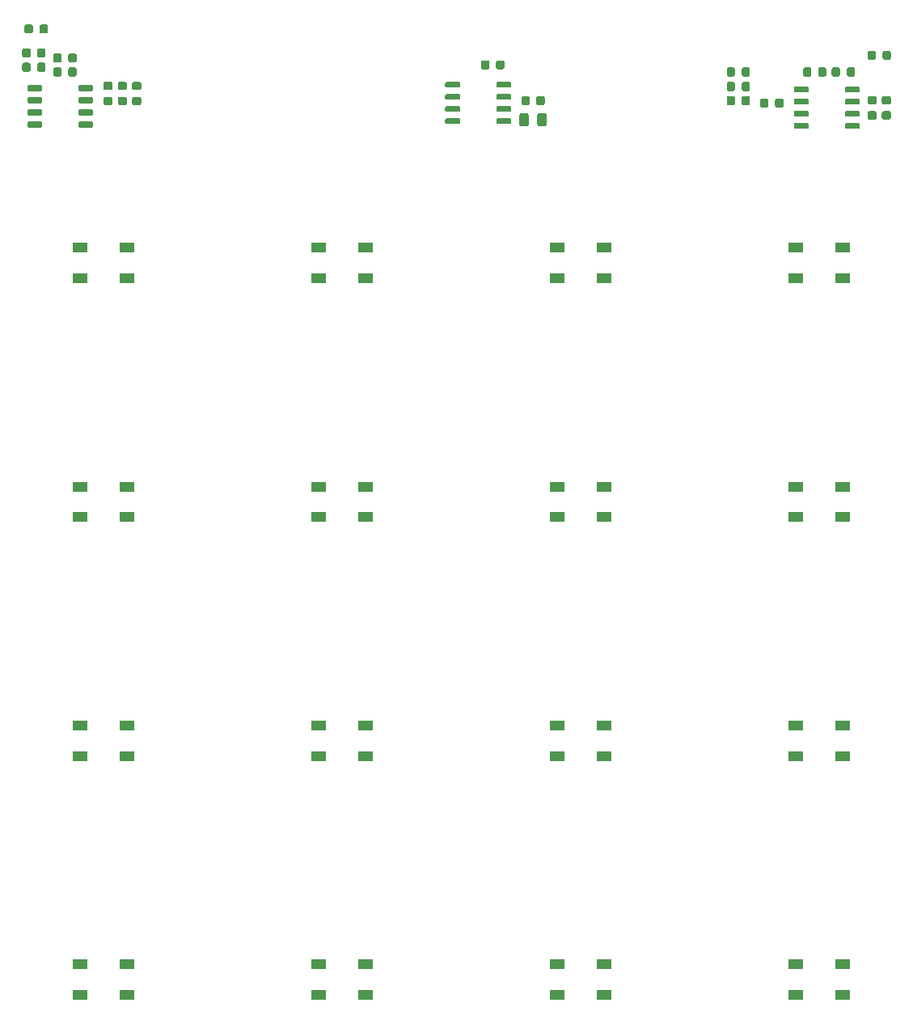
<source format=gbr>
G04 #@! TF.GenerationSoftware,KiCad,Pcbnew,(5.1.4-0-10_14)*
G04 #@! TF.CreationDate,2019-12-13T16:10:25+01:00*
G04 #@! TF.ProjectId,cz-badge-hardware,637a2d62-6164-4676-952d-686172647761,rev?*
G04 #@! TF.SameCoordinates,PX17d7840PY7735940*
G04 #@! TF.FileFunction,Paste,Top*
G04 #@! TF.FilePolarity,Positive*
%FSLAX46Y46*%
G04 Gerber Fmt 4.6, Leading zero omitted, Abs format (unit mm)*
G04 Created by KiCad (PCBNEW (5.1.4-0-10_14)) date 2019-12-13 16:10:25*
%MOMM*%
%LPD*%
G04 APERTURE LIST*
%ADD10C,0.100000*%
%ADD11C,0.875000*%
%ADD12C,0.600000*%
%ADD13C,0.975000*%
%ADD14R,1.500000X1.000000*%
G04 APERTURE END LIST*
D10*
G36*
X6527691Y112473947D02*
G01*
X6548926Y112470797D01*
X6569750Y112465581D01*
X6589962Y112458349D01*
X6609368Y112449170D01*
X6627781Y112438134D01*
X6645024Y112425346D01*
X6660930Y112410930D01*
X6675346Y112395024D01*
X6688134Y112377781D01*
X6699170Y112359368D01*
X6708349Y112339962D01*
X6715581Y112319750D01*
X6720797Y112298926D01*
X6723947Y112277691D01*
X6725000Y112256250D01*
X6725000Y111743750D01*
X6723947Y111722309D01*
X6720797Y111701074D01*
X6715581Y111680250D01*
X6708349Y111660038D01*
X6699170Y111640632D01*
X6688134Y111622219D01*
X6675346Y111604976D01*
X6660930Y111589070D01*
X6645024Y111574654D01*
X6627781Y111561866D01*
X6609368Y111550830D01*
X6589962Y111541651D01*
X6569750Y111534419D01*
X6548926Y111529203D01*
X6527691Y111526053D01*
X6506250Y111525000D01*
X6068750Y111525000D01*
X6047309Y111526053D01*
X6026074Y111529203D01*
X6005250Y111534419D01*
X5985038Y111541651D01*
X5965632Y111550830D01*
X5947219Y111561866D01*
X5929976Y111574654D01*
X5914070Y111589070D01*
X5899654Y111604976D01*
X5886866Y111622219D01*
X5875830Y111640632D01*
X5866651Y111660038D01*
X5859419Y111680250D01*
X5854203Y111701074D01*
X5851053Y111722309D01*
X5850000Y111743750D01*
X5850000Y112256250D01*
X5851053Y112277691D01*
X5854203Y112298926D01*
X5859419Y112319750D01*
X5866651Y112339962D01*
X5875830Y112359368D01*
X5886866Y112377781D01*
X5899654Y112395024D01*
X5914070Y112410930D01*
X5929976Y112425346D01*
X5947219Y112438134D01*
X5965632Y112449170D01*
X5985038Y112458349D01*
X6005250Y112465581D01*
X6026074Y112470797D01*
X6047309Y112473947D01*
X6068750Y112475000D01*
X6506250Y112475000D01*
X6527691Y112473947D01*
X6527691Y112473947D01*
G37*
D11*
X6287500Y112000000D03*
D10*
G36*
X4952691Y112473947D02*
G01*
X4973926Y112470797D01*
X4994750Y112465581D01*
X5014962Y112458349D01*
X5034368Y112449170D01*
X5052781Y112438134D01*
X5070024Y112425346D01*
X5085930Y112410930D01*
X5100346Y112395024D01*
X5113134Y112377781D01*
X5124170Y112359368D01*
X5133349Y112339962D01*
X5140581Y112319750D01*
X5145797Y112298926D01*
X5148947Y112277691D01*
X5150000Y112256250D01*
X5150000Y111743750D01*
X5148947Y111722309D01*
X5145797Y111701074D01*
X5140581Y111680250D01*
X5133349Y111660038D01*
X5124170Y111640632D01*
X5113134Y111622219D01*
X5100346Y111604976D01*
X5085930Y111589070D01*
X5070024Y111574654D01*
X5052781Y111561866D01*
X5034368Y111550830D01*
X5014962Y111541651D01*
X4994750Y111534419D01*
X4973926Y111529203D01*
X4952691Y111526053D01*
X4931250Y111525000D01*
X4493750Y111525000D01*
X4472309Y111526053D01*
X4451074Y111529203D01*
X4430250Y111534419D01*
X4410038Y111541651D01*
X4390632Y111550830D01*
X4372219Y111561866D01*
X4354976Y111574654D01*
X4339070Y111589070D01*
X4324654Y111604976D01*
X4311866Y111622219D01*
X4300830Y111640632D01*
X4291651Y111660038D01*
X4284419Y111680250D01*
X4279203Y111701074D01*
X4276053Y111722309D01*
X4275000Y111743750D01*
X4275000Y112256250D01*
X4276053Y112277691D01*
X4279203Y112298926D01*
X4284419Y112319750D01*
X4291651Y112339962D01*
X4300830Y112359368D01*
X4311866Y112377781D01*
X4324654Y112395024D01*
X4339070Y112410930D01*
X4354976Y112425346D01*
X4372219Y112438134D01*
X4390632Y112449170D01*
X4410038Y112458349D01*
X4430250Y112465581D01*
X4451074Y112470797D01*
X4472309Y112473947D01*
X4493750Y112475000D01*
X4931250Y112475000D01*
X4952691Y112473947D01*
X4952691Y112473947D01*
G37*
D11*
X4712500Y112000000D03*
D10*
G36*
X94777691Y109723947D02*
G01*
X94798926Y109720797D01*
X94819750Y109715581D01*
X94839962Y109708349D01*
X94859368Y109699170D01*
X94877781Y109688134D01*
X94895024Y109675346D01*
X94910930Y109660930D01*
X94925346Y109645024D01*
X94938134Y109627781D01*
X94949170Y109609368D01*
X94958349Y109589962D01*
X94965581Y109569750D01*
X94970797Y109548926D01*
X94973947Y109527691D01*
X94975000Y109506250D01*
X94975000Y108993750D01*
X94973947Y108972309D01*
X94970797Y108951074D01*
X94965581Y108930250D01*
X94958349Y108910038D01*
X94949170Y108890632D01*
X94938134Y108872219D01*
X94925346Y108854976D01*
X94910930Y108839070D01*
X94895024Y108824654D01*
X94877781Y108811866D01*
X94859368Y108800830D01*
X94839962Y108791651D01*
X94819750Y108784419D01*
X94798926Y108779203D01*
X94777691Y108776053D01*
X94756250Y108775000D01*
X94318750Y108775000D01*
X94297309Y108776053D01*
X94276074Y108779203D01*
X94255250Y108784419D01*
X94235038Y108791651D01*
X94215632Y108800830D01*
X94197219Y108811866D01*
X94179976Y108824654D01*
X94164070Y108839070D01*
X94149654Y108854976D01*
X94136866Y108872219D01*
X94125830Y108890632D01*
X94116651Y108910038D01*
X94109419Y108930250D01*
X94104203Y108951074D01*
X94101053Y108972309D01*
X94100000Y108993750D01*
X94100000Y109506250D01*
X94101053Y109527691D01*
X94104203Y109548926D01*
X94109419Y109569750D01*
X94116651Y109589962D01*
X94125830Y109609368D01*
X94136866Y109627781D01*
X94149654Y109645024D01*
X94164070Y109660930D01*
X94179976Y109675346D01*
X94197219Y109688134D01*
X94215632Y109699170D01*
X94235038Y109708349D01*
X94255250Y109715581D01*
X94276074Y109720797D01*
X94297309Y109723947D01*
X94318750Y109725000D01*
X94756250Y109725000D01*
X94777691Y109723947D01*
X94777691Y109723947D01*
G37*
D11*
X94537500Y109250000D03*
D10*
G36*
X93202691Y109723947D02*
G01*
X93223926Y109720797D01*
X93244750Y109715581D01*
X93264962Y109708349D01*
X93284368Y109699170D01*
X93302781Y109688134D01*
X93320024Y109675346D01*
X93335930Y109660930D01*
X93350346Y109645024D01*
X93363134Y109627781D01*
X93374170Y109609368D01*
X93383349Y109589962D01*
X93390581Y109569750D01*
X93395797Y109548926D01*
X93398947Y109527691D01*
X93400000Y109506250D01*
X93400000Y108993750D01*
X93398947Y108972309D01*
X93395797Y108951074D01*
X93390581Y108930250D01*
X93383349Y108910038D01*
X93374170Y108890632D01*
X93363134Y108872219D01*
X93350346Y108854976D01*
X93335930Y108839070D01*
X93320024Y108824654D01*
X93302781Y108811866D01*
X93284368Y108800830D01*
X93264962Y108791651D01*
X93244750Y108784419D01*
X93223926Y108779203D01*
X93202691Y108776053D01*
X93181250Y108775000D01*
X92743750Y108775000D01*
X92722309Y108776053D01*
X92701074Y108779203D01*
X92680250Y108784419D01*
X92660038Y108791651D01*
X92640632Y108800830D01*
X92622219Y108811866D01*
X92604976Y108824654D01*
X92589070Y108839070D01*
X92574654Y108854976D01*
X92561866Y108872219D01*
X92550830Y108890632D01*
X92541651Y108910038D01*
X92534419Y108930250D01*
X92529203Y108951074D01*
X92526053Y108972309D01*
X92525000Y108993750D01*
X92525000Y109506250D01*
X92526053Y109527691D01*
X92529203Y109548926D01*
X92534419Y109569750D01*
X92541651Y109589962D01*
X92550830Y109609368D01*
X92561866Y109627781D01*
X92574654Y109645024D01*
X92589070Y109660930D01*
X92604976Y109675346D01*
X92622219Y109688134D01*
X92640632Y109699170D01*
X92660038Y109708349D01*
X92680250Y109715581D01*
X92701074Y109720797D01*
X92722309Y109723947D01*
X92743750Y109725000D01*
X93181250Y109725000D01*
X93202691Y109723947D01*
X93202691Y109723947D01*
G37*
D11*
X92962500Y109250000D03*
D10*
G36*
X52740191Y108723947D02*
G01*
X52761426Y108720797D01*
X52782250Y108715581D01*
X52802462Y108708349D01*
X52821868Y108699170D01*
X52840281Y108688134D01*
X52857524Y108675346D01*
X52873430Y108660930D01*
X52887846Y108645024D01*
X52900634Y108627781D01*
X52911670Y108609368D01*
X52920849Y108589962D01*
X52928081Y108569750D01*
X52933297Y108548926D01*
X52936447Y108527691D01*
X52937500Y108506250D01*
X52937500Y107993750D01*
X52936447Y107972309D01*
X52933297Y107951074D01*
X52928081Y107930250D01*
X52920849Y107910038D01*
X52911670Y107890632D01*
X52900634Y107872219D01*
X52887846Y107854976D01*
X52873430Y107839070D01*
X52857524Y107824654D01*
X52840281Y107811866D01*
X52821868Y107800830D01*
X52802462Y107791651D01*
X52782250Y107784419D01*
X52761426Y107779203D01*
X52740191Y107776053D01*
X52718750Y107775000D01*
X52281250Y107775000D01*
X52259809Y107776053D01*
X52238574Y107779203D01*
X52217750Y107784419D01*
X52197538Y107791651D01*
X52178132Y107800830D01*
X52159719Y107811866D01*
X52142476Y107824654D01*
X52126570Y107839070D01*
X52112154Y107854976D01*
X52099366Y107872219D01*
X52088330Y107890632D01*
X52079151Y107910038D01*
X52071919Y107930250D01*
X52066703Y107951074D01*
X52063553Y107972309D01*
X52062500Y107993750D01*
X52062500Y108506250D01*
X52063553Y108527691D01*
X52066703Y108548926D01*
X52071919Y108569750D01*
X52079151Y108589962D01*
X52088330Y108609368D01*
X52099366Y108627781D01*
X52112154Y108645024D01*
X52126570Y108660930D01*
X52142476Y108675346D01*
X52159719Y108688134D01*
X52178132Y108699170D01*
X52197538Y108708349D01*
X52217750Y108715581D01*
X52238574Y108720797D01*
X52259809Y108723947D01*
X52281250Y108725000D01*
X52718750Y108725000D01*
X52740191Y108723947D01*
X52740191Y108723947D01*
G37*
D11*
X52500000Y108250000D03*
D10*
G36*
X54315191Y108723947D02*
G01*
X54336426Y108720797D01*
X54357250Y108715581D01*
X54377462Y108708349D01*
X54396868Y108699170D01*
X54415281Y108688134D01*
X54432524Y108675346D01*
X54448430Y108660930D01*
X54462846Y108645024D01*
X54475634Y108627781D01*
X54486670Y108609368D01*
X54495849Y108589962D01*
X54503081Y108569750D01*
X54508297Y108548926D01*
X54511447Y108527691D01*
X54512500Y108506250D01*
X54512500Y107993750D01*
X54511447Y107972309D01*
X54508297Y107951074D01*
X54503081Y107930250D01*
X54495849Y107910038D01*
X54486670Y107890632D01*
X54475634Y107872219D01*
X54462846Y107854976D01*
X54448430Y107839070D01*
X54432524Y107824654D01*
X54415281Y107811866D01*
X54396868Y107800830D01*
X54377462Y107791651D01*
X54357250Y107784419D01*
X54336426Y107779203D01*
X54315191Y107776053D01*
X54293750Y107775000D01*
X53856250Y107775000D01*
X53834809Y107776053D01*
X53813574Y107779203D01*
X53792750Y107784419D01*
X53772538Y107791651D01*
X53753132Y107800830D01*
X53734719Y107811866D01*
X53717476Y107824654D01*
X53701570Y107839070D01*
X53687154Y107854976D01*
X53674366Y107872219D01*
X53663330Y107890632D01*
X53654151Y107910038D01*
X53646919Y107930250D01*
X53641703Y107951074D01*
X53638553Y107972309D01*
X53637500Y107993750D01*
X53637500Y108506250D01*
X53638553Y108527691D01*
X53641703Y108548926D01*
X53646919Y108569750D01*
X53654151Y108589962D01*
X53663330Y108609368D01*
X53674366Y108627781D01*
X53687154Y108645024D01*
X53701570Y108660930D01*
X53717476Y108675346D01*
X53734719Y108688134D01*
X53753132Y108699170D01*
X53772538Y108708349D01*
X53792750Y108715581D01*
X53813574Y108720797D01*
X53834809Y108723947D01*
X53856250Y108725000D01*
X54293750Y108725000D01*
X54315191Y108723947D01*
X54315191Y108723947D01*
G37*
D11*
X54075000Y108250000D03*
D10*
G36*
X6277691Y108473947D02*
G01*
X6298926Y108470797D01*
X6319750Y108465581D01*
X6339962Y108458349D01*
X6359368Y108449170D01*
X6377781Y108438134D01*
X6395024Y108425346D01*
X6410930Y108410930D01*
X6425346Y108395024D01*
X6438134Y108377781D01*
X6449170Y108359368D01*
X6458349Y108339962D01*
X6465581Y108319750D01*
X6470797Y108298926D01*
X6473947Y108277691D01*
X6475000Y108256250D01*
X6475000Y107743750D01*
X6473947Y107722309D01*
X6470797Y107701074D01*
X6465581Y107680250D01*
X6458349Y107660038D01*
X6449170Y107640632D01*
X6438134Y107622219D01*
X6425346Y107604976D01*
X6410930Y107589070D01*
X6395024Y107574654D01*
X6377781Y107561866D01*
X6359368Y107550830D01*
X6339962Y107541651D01*
X6319750Y107534419D01*
X6298926Y107529203D01*
X6277691Y107526053D01*
X6256250Y107525000D01*
X5818750Y107525000D01*
X5797309Y107526053D01*
X5776074Y107529203D01*
X5755250Y107534419D01*
X5735038Y107541651D01*
X5715632Y107550830D01*
X5697219Y107561866D01*
X5679976Y107574654D01*
X5664070Y107589070D01*
X5649654Y107604976D01*
X5636866Y107622219D01*
X5625830Y107640632D01*
X5616651Y107660038D01*
X5609419Y107680250D01*
X5604203Y107701074D01*
X5601053Y107722309D01*
X5600000Y107743750D01*
X5600000Y108256250D01*
X5601053Y108277691D01*
X5604203Y108298926D01*
X5609419Y108319750D01*
X5616651Y108339962D01*
X5625830Y108359368D01*
X5636866Y108377781D01*
X5649654Y108395024D01*
X5664070Y108410930D01*
X5679976Y108425346D01*
X5697219Y108438134D01*
X5715632Y108449170D01*
X5735038Y108458349D01*
X5755250Y108465581D01*
X5776074Y108470797D01*
X5797309Y108473947D01*
X5818750Y108475000D01*
X6256250Y108475000D01*
X6277691Y108473947D01*
X6277691Y108473947D01*
G37*
D11*
X6037500Y108000000D03*
D10*
G36*
X4702691Y108473947D02*
G01*
X4723926Y108470797D01*
X4744750Y108465581D01*
X4764962Y108458349D01*
X4784368Y108449170D01*
X4802781Y108438134D01*
X4820024Y108425346D01*
X4835930Y108410930D01*
X4850346Y108395024D01*
X4863134Y108377781D01*
X4874170Y108359368D01*
X4883349Y108339962D01*
X4890581Y108319750D01*
X4895797Y108298926D01*
X4898947Y108277691D01*
X4900000Y108256250D01*
X4900000Y107743750D01*
X4898947Y107722309D01*
X4895797Y107701074D01*
X4890581Y107680250D01*
X4883349Y107660038D01*
X4874170Y107640632D01*
X4863134Y107622219D01*
X4850346Y107604976D01*
X4835930Y107589070D01*
X4820024Y107574654D01*
X4802781Y107561866D01*
X4784368Y107550830D01*
X4764962Y107541651D01*
X4744750Y107534419D01*
X4723926Y107529203D01*
X4702691Y107526053D01*
X4681250Y107525000D01*
X4243750Y107525000D01*
X4222309Y107526053D01*
X4201074Y107529203D01*
X4180250Y107534419D01*
X4160038Y107541651D01*
X4140632Y107550830D01*
X4122219Y107561866D01*
X4104976Y107574654D01*
X4089070Y107589070D01*
X4074654Y107604976D01*
X4061866Y107622219D01*
X4050830Y107640632D01*
X4041651Y107660038D01*
X4034419Y107680250D01*
X4029203Y107701074D01*
X4026053Y107722309D01*
X4025000Y107743750D01*
X4025000Y108256250D01*
X4026053Y108277691D01*
X4029203Y108298926D01*
X4034419Y108319750D01*
X4041651Y108339962D01*
X4050830Y108359368D01*
X4061866Y108377781D01*
X4074654Y108395024D01*
X4089070Y108410930D01*
X4104976Y108425346D01*
X4122219Y108438134D01*
X4140632Y108449170D01*
X4160038Y108458349D01*
X4180250Y108465581D01*
X4201074Y108470797D01*
X4222309Y108473947D01*
X4243750Y108475000D01*
X4681250Y108475000D01*
X4702691Y108473947D01*
X4702691Y108473947D01*
G37*
D11*
X4462500Y108000000D03*
D10*
G36*
X94777691Y104973947D02*
G01*
X94798926Y104970797D01*
X94819750Y104965581D01*
X94839962Y104958349D01*
X94859368Y104949170D01*
X94877781Y104938134D01*
X94895024Y104925346D01*
X94910930Y104910930D01*
X94925346Y104895024D01*
X94938134Y104877781D01*
X94949170Y104859368D01*
X94958349Y104839962D01*
X94965581Y104819750D01*
X94970797Y104798926D01*
X94973947Y104777691D01*
X94975000Y104756250D01*
X94975000Y104318750D01*
X94973947Y104297309D01*
X94970797Y104276074D01*
X94965581Y104255250D01*
X94958349Y104235038D01*
X94949170Y104215632D01*
X94938134Y104197219D01*
X94925346Y104179976D01*
X94910930Y104164070D01*
X94895024Y104149654D01*
X94877781Y104136866D01*
X94859368Y104125830D01*
X94839962Y104116651D01*
X94819750Y104109419D01*
X94798926Y104104203D01*
X94777691Y104101053D01*
X94756250Y104100000D01*
X94243750Y104100000D01*
X94222309Y104101053D01*
X94201074Y104104203D01*
X94180250Y104109419D01*
X94160038Y104116651D01*
X94140632Y104125830D01*
X94122219Y104136866D01*
X94104976Y104149654D01*
X94089070Y104164070D01*
X94074654Y104179976D01*
X94061866Y104197219D01*
X94050830Y104215632D01*
X94041651Y104235038D01*
X94034419Y104255250D01*
X94029203Y104276074D01*
X94026053Y104297309D01*
X94025000Y104318750D01*
X94025000Y104756250D01*
X94026053Y104777691D01*
X94029203Y104798926D01*
X94034419Y104819750D01*
X94041651Y104839962D01*
X94050830Y104859368D01*
X94061866Y104877781D01*
X94074654Y104895024D01*
X94089070Y104910930D01*
X94104976Y104925346D01*
X94122219Y104938134D01*
X94140632Y104949170D01*
X94160038Y104958349D01*
X94180250Y104965581D01*
X94201074Y104970797D01*
X94222309Y104973947D01*
X94243750Y104975000D01*
X94756250Y104975000D01*
X94777691Y104973947D01*
X94777691Y104973947D01*
G37*
D11*
X94500000Y104537500D03*
D10*
G36*
X94777691Y103398947D02*
G01*
X94798926Y103395797D01*
X94819750Y103390581D01*
X94839962Y103383349D01*
X94859368Y103374170D01*
X94877781Y103363134D01*
X94895024Y103350346D01*
X94910930Y103335930D01*
X94925346Y103320024D01*
X94938134Y103302781D01*
X94949170Y103284368D01*
X94958349Y103264962D01*
X94965581Y103244750D01*
X94970797Y103223926D01*
X94973947Y103202691D01*
X94975000Y103181250D01*
X94975000Y102743750D01*
X94973947Y102722309D01*
X94970797Y102701074D01*
X94965581Y102680250D01*
X94958349Y102660038D01*
X94949170Y102640632D01*
X94938134Y102622219D01*
X94925346Y102604976D01*
X94910930Y102589070D01*
X94895024Y102574654D01*
X94877781Y102561866D01*
X94859368Y102550830D01*
X94839962Y102541651D01*
X94819750Y102534419D01*
X94798926Y102529203D01*
X94777691Y102526053D01*
X94756250Y102525000D01*
X94243750Y102525000D01*
X94222309Y102526053D01*
X94201074Y102529203D01*
X94180250Y102534419D01*
X94160038Y102541651D01*
X94140632Y102550830D01*
X94122219Y102561866D01*
X94104976Y102574654D01*
X94089070Y102589070D01*
X94074654Y102604976D01*
X94061866Y102622219D01*
X94050830Y102640632D01*
X94041651Y102660038D01*
X94034419Y102680250D01*
X94029203Y102701074D01*
X94026053Y102722309D01*
X94025000Y102743750D01*
X94025000Y103181250D01*
X94026053Y103202691D01*
X94029203Y103223926D01*
X94034419Y103244750D01*
X94041651Y103264962D01*
X94050830Y103284368D01*
X94061866Y103302781D01*
X94074654Y103320024D01*
X94089070Y103335930D01*
X94104976Y103350346D01*
X94122219Y103363134D01*
X94140632Y103374170D01*
X94160038Y103383349D01*
X94180250Y103390581D01*
X94201074Y103395797D01*
X94222309Y103398947D01*
X94243750Y103400000D01*
X94756250Y103400000D01*
X94777691Y103398947D01*
X94777691Y103398947D01*
G37*
D11*
X94500000Y102962500D03*
D10*
G36*
X5964703Y102294278D02*
G01*
X5979264Y102292118D01*
X5993543Y102288541D01*
X6007403Y102283582D01*
X6020710Y102277288D01*
X6033336Y102269720D01*
X6045159Y102260952D01*
X6056066Y102251066D01*
X6065952Y102240159D01*
X6074720Y102228336D01*
X6082288Y102215710D01*
X6088582Y102202403D01*
X6093541Y102188543D01*
X6097118Y102174264D01*
X6099278Y102159703D01*
X6100000Y102145000D01*
X6100000Y101845000D01*
X6099278Y101830297D01*
X6097118Y101815736D01*
X6093541Y101801457D01*
X6088582Y101787597D01*
X6082288Y101774290D01*
X6074720Y101761664D01*
X6065952Y101749841D01*
X6056066Y101738934D01*
X6045159Y101729048D01*
X6033336Y101720280D01*
X6020710Y101712712D01*
X6007403Y101706418D01*
X5993543Y101701459D01*
X5979264Y101697882D01*
X5964703Y101695722D01*
X5950000Y101695000D01*
X4700000Y101695000D01*
X4685297Y101695722D01*
X4670736Y101697882D01*
X4656457Y101701459D01*
X4642597Y101706418D01*
X4629290Y101712712D01*
X4616664Y101720280D01*
X4604841Y101729048D01*
X4593934Y101738934D01*
X4584048Y101749841D01*
X4575280Y101761664D01*
X4567712Y101774290D01*
X4561418Y101787597D01*
X4556459Y101801457D01*
X4552882Y101815736D01*
X4550722Y101830297D01*
X4550000Y101845000D01*
X4550000Y102145000D01*
X4550722Y102159703D01*
X4552882Y102174264D01*
X4556459Y102188543D01*
X4561418Y102202403D01*
X4567712Y102215710D01*
X4575280Y102228336D01*
X4584048Y102240159D01*
X4593934Y102251066D01*
X4604841Y102260952D01*
X4616664Y102269720D01*
X4629290Y102277288D01*
X4642597Y102283582D01*
X4656457Y102288541D01*
X4670736Y102292118D01*
X4685297Y102294278D01*
X4700000Y102295000D01*
X5950000Y102295000D01*
X5964703Y102294278D01*
X5964703Y102294278D01*
G37*
D12*
X5325000Y101995000D03*
D10*
G36*
X5964703Y103564278D02*
G01*
X5979264Y103562118D01*
X5993543Y103558541D01*
X6007403Y103553582D01*
X6020710Y103547288D01*
X6033336Y103539720D01*
X6045159Y103530952D01*
X6056066Y103521066D01*
X6065952Y103510159D01*
X6074720Y103498336D01*
X6082288Y103485710D01*
X6088582Y103472403D01*
X6093541Y103458543D01*
X6097118Y103444264D01*
X6099278Y103429703D01*
X6100000Y103415000D01*
X6100000Y103115000D01*
X6099278Y103100297D01*
X6097118Y103085736D01*
X6093541Y103071457D01*
X6088582Y103057597D01*
X6082288Y103044290D01*
X6074720Y103031664D01*
X6065952Y103019841D01*
X6056066Y103008934D01*
X6045159Y102999048D01*
X6033336Y102990280D01*
X6020710Y102982712D01*
X6007403Y102976418D01*
X5993543Y102971459D01*
X5979264Y102967882D01*
X5964703Y102965722D01*
X5950000Y102965000D01*
X4700000Y102965000D01*
X4685297Y102965722D01*
X4670736Y102967882D01*
X4656457Y102971459D01*
X4642597Y102976418D01*
X4629290Y102982712D01*
X4616664Y102990280D01*
X4604841Y102999048D01*
X4593934Y103008934D01*
X4584048Y103019841D01*
X4575280Y103031664D01*
X4567712Y103044290D01*
X4561418Y103057597D01*
X4556459Y103071457D01*
X4552882Y103085736D01*
X4550722Y103100297D01*
X4550000Y103115000D01*
X4550000Y103415000D01*
X4550722Y103429703D01*
X4552882Y103444264D01*
X4556459Y103458543D01*
X4561418Y103472403D01*
X4567712Y103485710D01*
X4575280Y103498336D01*
X4584048Y103510159D01*
X4593934Y103521066D01*
X4604841Y103530952D01*
X4616664Y103539720D01*
X4629290Y103547288D01*
X4642597Y103553582D01*
X4656457Y103558541D01*
X4670736Y103562118D01*
X4685297Y103564278D01*
X4700000Y103565000D01*
X5950000Y103565000D01*
X5964703Y103564278D01*
X5964703Y103564278D01*
G37*
D12*
X5325000Y103265000D03*
D10*
G36*
X5964703Y104834278D02*
G01*
X5979264Y104832118D01*
X5993543Y104828541D01*
X6007403Y104823582D01*
X6020710Y104817288D01*
X6033336Y104809720D01*
X6045159Y104800952D01*
X6056066Y104791066D01*
X6065952Y104780159D01*
X6074720Y104768336D01*
X6082288Y104755710D01*
X6088582Y104742403D01*
X6093541Y104728543D01*
X6097118Y104714264D01*
X6099278Y104699703D01*
X6100000Y104685000D01*
X6100000Y104385000D01*
X6099278Y104370297D01*
X6097118Y104355736D01*
X6093541Y104341457D01*
X6088582Y104327597D01*
X6082288Y104314290D01*
X6074720Y104301664D01*
X6065952Y104289841D01*
X6056066Y104278934D01*
X6045159Y104269048D01*
X6033336Y104260280D01*
X6020710Y104252712D01*
X6007403Y104246418D01*
X5993543Y104241459D01*
X5979264Y104237882D01*
X5964703Y104235722D01*
X5950000Y104235000D01*
X4700000Y104235000D01*
X4685297Y104235722D01*
X4670736Y104237882D01*
X4656457Y104241459D01*
X4642597Y104246418D01*
X4629290Y104252712D01*
X4616664Y104260280D01*
X4604841Y104269048D01*
X4593934Y104278934D01*
X4584048Y104289841D01*
X4575280Y104301664D01*
X4567712Y104314290D01*
X4561418Y104327597D01*
X4556459Y104341457D01*
X4552882Y104355736D01*
X4550722Y104370297D01*
X4550000Y104385000D01*
X4550000Y104685000D01*
X4550722Y104699703D01*
X4552882Y104714264D01*
X4556459Y104728543D01*
X4561418Y104742403D01*
X4567712Y104755710D01*
X4575280Y104768336D01*
X4584048Y104780159D01*
X4593934Y104791066D01*
X4604841Y104800952D01*
X4616664Y104809720D01*
X4629290Y104817288D01*
X4642597Y104823582D01*
X4656457Y104828541D01*
X4670736Y104832118D01*
X4685297Y104834278D01*
X4700000Y104835000D01*
X5950000Y104835000D01*
X5964703Y104834278D01*
X5964703Y104834278D01*
G37*
D12*
X5325000Y104535000D03*
D10*
G36*
X5964703Y106104278D02*
G01*
X5979264Y106102118D01*
X5993543Y106098541D01*
X6007403Y106093582D01*
X6020710Y106087288D01*
X6033336Y106079720D01*
X6045159Y106070952D01*
X6056066Y106061066D01*
X6065952Y106050159D01*
X6074720Y106038336D01*
X6082288Y106025710D01*
X6088582Y106012403D01*
X6093541Y105998543D01*
X6097118Y105984264D01*
X6099278Y105969703D01*
X6100000Y105955000D01*
X6100000Y105655000D01*
X6099278Y105640297D01*
X6097118Y105625736D01*
X6093541Y105611457D01*
X6088582Y105597597D01*
X6082288Y105584290D01*
X6074720Y105571664D01*
X6065952Y105559841D01*
X6056066Y105548934D01*
X6045159Y105539048D01*
X6033336Y105530280D01*
X6020710Y105522712D01*
X6007403Y105516418D01*
X5993543Y105511459D01*
X5979264Y105507882D01*
X5964703Y105505722D01*
X5950000Y105505000D01*
X4700000Y105505000D01*
X4685297Y105505722D01*
X4670736Y105507882D01*
X4656457Y105511459D01*
X4642597Y105516418D01*
X4629290Y105522712D01*
X4616664Y105530280D01*
X4604841Y105539048D01*
X4593934Y105548934D01*
X4584048Y105559841D01*
X4575280Y105571664D01*
X4567712Y105584290D01*
X4561418Y105597597D01*
X4556459Y105611457D01*
X4552882Y105625736D01*
X4550722Y105640297D01*
X4550000Y105655000D01*
X4550000Y105955000D01*
X4550722Y105969703D01*
X4552882Y105984264D01*
X4556459Y105998543D01*
X4561418Y106012403D01*
X4567712Y106025710D01*
X4575280Y106038336D01*
X4584048Y106050159D01*
X4593934Y106061066D01*
X4604841Y106070952D01*
X4616664Y106079720D01*
X4629290Y106087288D01*
X4642597Y106093582D01*
X4656457Y106098541D01*
X4670736Y106102118D01*
X4685297Y106104278D01*
X4700000Y106105000D01*
X5950000Y106105000D01*
X5964703Y106104278D01*
X5964703Y106104278D01*
G37*
D12*
X5325000Y105805000D03*
D10*
G36*
X11314703Y106104278D02*
G01*
X11329264Y106102118D01*
X11343543Y106098541D01*
X11357403Y106093582D01*
X11370710Y106087288D01*
X11383336Y106079720D01*
X11395159Y106070952D01*
X11406066Y106061066D01*
X11415952Y106050159D01*
X11424720Y106038336D01*
X11432288Y106025710D01*
X11438582Y106012403D01*
X11443541Y105998543D01*
X11447118Y105984264D01*
X11449278Y105969703D01*
X11450000Y105955000D01*
X11450000Y105655000D01*
X11449278Y105640297D01*
X11447118Y105625736D01*
X11443541Y105611457D01*
X11438582Y105597597D01*
X11432288Y105584290D01*
X11424720Y105571664D01*
X11415952Y105559841D01*
X11406066Y105548934D01*
X11395159Y105539048D01*
X11383336Y105530280D01*
X11370710Y105522712D01*
X11357403Y105516418D01*
X11343543Y105511459D01*
X11329264Y105507882D01*
X11314703Y105505722D01*
X11300000Y105505000D01*
X10050000Y105505000D01*
X10035297Y105505722D01*
X10020736Y105507882D01*
X10006457Y105511459D01*
X9992597Y105516418D01*
X9979290Y105522712D01*
X9966664Y105530280D01*
X9954841Y105539048D01*
X9943934Y105548934D01*
X9934048Y105559841D01*
X9925280Y105571664D01*
X9917712Y105584290D01*
X9911418Y105597597D01*
X9906459Y105611457D01*
X9902882Y105625736D01*
X9900722Y105640297D01*
X9900000Y105655000D01*
X9900000Y105955000D01*
X9900722Y105969703D01*
X9902882Y105984264D01*
X9906459Y105998543D01*
X9911418Y106012403D01*
X9917712Y106025710D01*
X9925280Y106038336D01*
X9934048Y106050159D01*
X9943934Y106061066D01*
X9954841Y106070952D01*
X9966664Y106079720D01*
X9979290Y106087288D01*
X9992597Y106093582D01*
X10006457Y106098541D01*
X10020736Y106102118D01*
X10035297Y106104278D01*
X10050000Y106105000D01*
X11300000Y106105000D01*
X11314703Y106104278D01*
X11314703Y106104278D01*
G37*
D12*
X10675000Y105805000D03*
D10*
G36*
X11314703Y104834278D02*
G01*
X11329264Y104832118D01*
X11343543Y104828541D01*
X11357403Y104823582D01*
X11370710Y104817288D01*
X11383336Y104809720D01*
X11395159Y104800952D01*
X11406066Y104791066D01*
X11415952Y104780159D01*
X11424720Y104768336D01*
X11432288Y104755710D01*
X11438582Y104742403D01*
X11443541Y104728543D01*
X11447118Y104714264D01*
X11449278Y104699703D01*
X11450000Y104685000D01*
X11450000Y104385000D01*
X11449278Y104370297D01*
X11447118Y104355736D01*
X11443541Y104341457D01*
X11438582Y104327597D01*
X11432288Y104314290D01*
X11424720Y104301664D01*
X11415952Y104289841D01*
X11406066Y104278934D01*
X11395159Y104269048D01*
X11383336Y104260280D01*
X11370710Y104252712D01*
X11357403Y104246418D01*
X11343543Y104241459D01*
X11329264Y104237882D01*
X11314703Y104235722D01*
X11300000Y104235000D01*
X10050000Y104235000D01*
X10035297Y104235722D01*
X10020736Y104237882D01*
X10006457Y104241459D01*
X9992597Y104246418D01*
X9979290Y104252712D01*
X9966664Y104260280D01*
X9954841Y104269048D01*
X9943934Y104278934D01*
X9934048Y104289841D01*
X9925280Y104301664D01*
X9917712Y104314290D01*
X9911418Y104327597D01*
X9906459Y104341457D01*
X9902882Y104355736D01*
X9900722Y104370297D01*
X9900000Y104385000D01*
X9900000Y104685000D01*
X9900722Y104699703D01*
X9902882Y104714264D01*
X9906459Y104728543D01*
X9911418Y104742403D01*
X9917712Y104755710D01*
X9925280Y104768336D01*
X9934048Y104780159D01*
X9943934Y104791066D01*
X9954841Y104800952D01*
X9966664Y104809720D01*
X9979290Y104817288D01*
X9992597Y104823582D01*
X10006457Y104828541D01*
X10020736Y104832118D01*
X10035297Y104834278D01*
X10050000Y104835000D01*
X11300000Y104835000D01*
X11314703Y104834278D01*
X11314703Y104834278D01*
G37*
D12*
X10675000Y104535000D03*
D10*
G36*
X11314703Y103564278D02*
G01*
X11329264Y103562118D01*
X11343543Y103558541D01*
X11357403Y103553582D01*
X11370710Y103547288D01*
X11383336Y103539720D01*
X11395159Y103530952D01*
X11406066Y103521066D01*
X11415952Y103510159D01*
X11424720Y103498336D01*
X11432288Y103485710D01*
X11438582Y103472403D01*
X11443541Y103458543D01*
X11447118Y103444264D01*
X11449278Y103429703D01*
X11450000Y103415000D01*
X11450000Y103115000D01*
X11449278Y103100297D01*
X11447118Y103085736D01*
X11443541Y103071457D01*
X11438582Y103057597D01*
X11432288Y103044290D01*
X11424720Y103031664D01*
X11415952Y103019841D01*
X11406066Y103008934D01*
X11395159Y102999048D01*
X11383336Y102990280D01*
X11370710Y102982712D01*
X11357403Y102976418D01*
X11343543Y102971459D01*
X11329264Y102967882D01*
X11314703Y102965722D01*
X11300000Y102965000D01*
X10050000Y102965000D01*
X10035297Y102965722D01*
X10020736Y102967882D01*
X10006457Y102971459D01*
X9992597Y102976418D01*
X9979290Y102982712D01*
X9966664Y102990280D01*
X9954841Y102999048D01*
X9943934Y103008934D01*
X9934048Y103019841D01*
X9925280Y103031664D01*
X9917712Y103044290D01*
X9911418Y103057597D01*
X9906459Y103071457D01*
X9902882Y103085736D01*
X9900722Y103100297D01*
X9900000Y103115000D01*
X9900000Y103415000D01*
X9900722Y103429703D01*
X9902882Y103444264D01*
X9906459Y103458543D01*
X9911418Y103472403D01*
X9917712Y103485710D01*
X9925280Y103498336D01*
X9934048Y103510159D01*
X9943934Y103521066D01*
X9954841Y103530952D01*
X9966664Y103539720D01*
X9979290Y103547288D01*
X9992597Y103553582D01*
X10006457Y103558541D01*
X10020736Y103562118D01*
X10035297Y103564278D01*
X10050000Y103565000D01*
X11300000Y103565000D01*
X11314703Y103564278D01*
X11314703Y103564278D01*
G37*
D12*
X10675000Y103265000D03*
D10*
G36*
X11314703Y102294278D02*
G01*
X11329264Y102292118D01*
X11343543Y102288541D01*
X11357403Y102283582D01*
X11370710Y102277288D01*
X11383336Y102269720D01*
X11395159Y102260952D01*
X11406066Y102251066D01*
X11415952Y102240159D01*
X11424720Y102228336D01*
X11432288Y102215710D01*
X11438582Y102202403D01*
X11443541Y102188543D01*
X11447118Y102174264D01*
X11449278Y102159703D01*
X11450000Y102145000D01*
X11450000Y101845000D01*
X11449278Y101830297D01*
X11447118Y101815736D01*
X11443541Y101801457D01*
X11438582Y101787597D01*
X11432288Y101774290D01*
X11424720Y101761664D01*
X11415952Y101749841D01*
X11406066Y101738934D01*
X11395159Y101729048D01*
X11383336Y101720280D01*
X11370710Y101712712D01*
X11357403Y101706418D01*
X11343543Y101701459D01*
X11329264Y101697882D01*
X11314703Y101695722D01*
X11300000Y101695000D01*
X10050000Y101695000D01*
X10035297Y101695722D01*
X10020736Y101697882D01*
X10006457Y101701459D01*
X9992597Y101706418D01*
X9979290Y101712712D01*
X9966664Y101720280D01*
X9954841Y101729048D01*
X9943934Y101738934D01*
X9934048Y101749841D01*
X9925280Y101761664D01*
X9917712Y101774290D01*
X9911418Y101787597D01*
X9906459Y101801457D01*
X9902882Y101815736D01*
X9900722Y101830297D01*
X9900000Y101845000D01*
X9900000Y102145000D01*
X9900722Y102159703D01*
X9902882Y102174264D01*
X9906459Y102188543D01*
X9911418Y102202403D01*
X9917712Y102215710D01*
X9925280Y102228336D01*
X9934048Y102240159D01*
X9943934Y102251066D01*
X9954841Y102260952D01*
X9966664Y102269720D01*
X9979290Y102277288D01*
X9992597Y102283582D01*
X10006457Y102288541D01*
X10020736Y102292118D01*
X10035297Y102294278D01*
X10050000Y102295000D01*
X11300000Y102295000D01*
X11314703Y102294278D01*
X11314703Y102294278D01*
G37*
D12*
X10675000Y101995000D03*
D10*
G36*
X55064703Y106454278D02*
G01*
X55079264Y106452118D01*
X55093543Y106448541D01*
X55107403Y106443582D01*
X55120710Y106437288D01*
X55133336Y106429720D01*
X55145159Y106420952D01*
X55156066Y106411066D01*
X55165952Y106400159D01*
X55174720Y106388336D01*
X55182288Y106375710D01*
X55188582Y106362403D01*
X55193541Y106348543D01*
X55197118Y106334264D01*
X55199278Y106319703D01*
X55200000Y106305000D01*
X55200000Y106005000D01*
X55199278Y105990297D01*
X55197118Y105975736D01*
X55193541Y105961457D01*
X55188582Y105947597D01*
X55182288Y105934290D01*
X55174720Y105921664D01*
X55165952Y105909841D01*
X55156066Y105898934D01*
X55145159Y105889048D01*
X55133336Y105880280D01*
X55120710Y105872712D01*
X55107403Y105866418D01*
X55093543Y105861459D01*
X55079264Y105857882D01*
X55064703Y105855722D01*
X55050000Y105855000D01*
X53800000Y105855000D01*
X53785297Y105855722D01*
X53770736Y105857882D01*
X53756457Y105861459D01*
X53742597Y105866418D01*
X53729290Y105872712D01*
X53716664Y105880280D01*
X53704841Y105889048D01*
X53693934Y105898934D01*
X53684048Y105909841D01*
X53675280Y105921664D01*
X53667712Y105934290D01*
X53661418Y105947597D01*
X53656459Y105961457D01*
X53652882Y105975736D01*
X53650722Y105990297D01*
X53650000Y106005000D01*
X53650000Y106305000D01*
X53650722Y106319703D01*
X53652882Y106334264D01*
X53656459Y106348543D01*
X53661418Y106362403D01*
X53667712Y106375710D01*
X53675280Y106388336D01*
X53684048Y106400159D01*
X53693934Y106411066D01*
X53704841Y106420952D01*
X53716664Y106429720D01*
X53729290Y106437288D01*
X53742597Y106443582D01*
X53756457Y106448541D01*
X53770736Y106452118D01*
X53785297Y106454278D01*
X53800000Y106455000D01*
X55050000Y106455000D01*
X55064703Y106454278D01*
X55064703Y106454278D01*
G37*
D12*
X54425000Y106155000D03*
D10*
G36*
X55064703Y105184278D02*
G01*
X55079264Y105182118D01*
X55093543Y105178541D01*
X55107403Y105173582D01*
X55120710Y105167288D01*
X55133336Y105159720D01*
X55145159Y105150952D01*
X55156066Y105141066D01*
X55165952Y105130159D01*
X55174720Y105118336D01*
X55182288Y105105710D01*
X55188582Y105092403D01*
X55193541Y105078543D01*
X55197118Y105064264D01*
X55199278Y105049703D01*
X55200000Y105035000D01*
X55200000Y104735000D01*
X55199278Y104720297D01*
X55197118Y104705736D01*
X55193541Y104691457D01*
X55188582Y104677597D01*
X55182288Y104664290D01*
X55174720Y104651664D01*
X55165952Y104639841D01*
X55156066Y104628934D01*
X55145159Y104619048D01*
X55133336Y104610280D01*
X55120710Y104602712D01*
X55107403Y104596418D01*
X55093543Y104591459D01*
X55079264Y104587882D01*
X55064703Y104585722D01*
X55050000Y104585000D01*
X53800000Y104585000D01*
X53785297Y104585722D01*
X53770736Y104587882D01*
X53756457Y104591459D01*
X53742597Y104596418D01*
X53729290Y104602712D01*
X53716664Y104610280D01*
X53704841Y104619048D01*
X53693934Y104628934D01*
X53684048Y104639841D01*
X53675280Y104651664D01*
X53667712Y104664290D01*
X53661418Y104677597D01*
X53656459Y104691457D01*
X53652882Y104705736D01*
X53650722Y104720297D01*
X53650000Y104735000D01*
X53650000Y105035000D01*
X53650722Y105049703D01*
X53652882Y105064264D01*
X53656459Y105078543D01*
X53661418Y105092403D01*
X53667712Y105105710D01*
X53675280Y105118336D01*
X53684048Y105130159D01*
X53693934Y105141066D01*
X53704841Y105150952D01*
X53716664Y105159720D01*
X53729290Y105167288D01*
X53742597Y105173582D01*
X53756457Y105178541D01*
X53770736Y105182118D01*
X53785297Y105184278D01*
X53800000Y105185000D01*
X55050000Y105185000D01*
X55064703Y105184278D01*
X55064703Y105184278D01*
G37*
D12*
X54425000Y104885000D03*
D10*
G36*
X55064703Y103914278D02*
G01*
X55079264Y103912118D01*
X55093543Y103908541D01*
X55107403Y103903582D01*
X55120710Y103897288D01*
X55133336Y103889720D01*
X55145159Y103880952D01*
X55156066Y103871066D01*
X55165952Y103860159D01*
X55174720Y103848336D01*
X55182288Y103835710D01*
X55188582Y103822403D01*
X55193541Y103808543D01*
X55197118Y103794264D01*
X55199278Y103779703D01*
X55200000Y103765000D01*
X55200000Y103465000D01*
X55199278Y103450297D01*
X55197118Y103435736D01*
X55193541Y103421457D01*
X55188582Y103407597D01*
X55182288Y103394290D01*
X55174720Y103381664D01*
X55165952Y103369841D01*
X55156066Y103358934D01*
X55145159Y103349048D01*
X55133336Y103340280D01*
X55120710Y103332712D01*
X55107403Y103326418D01*
X55093543Y103321459D01*
X55079264Y103317882D01*
X55064703Y103315722D01*
X55050000Y103315000D01*
X53800000Y103315000D01*
X53785297Y103315722D01*
X53770736Y103317882D01*
X53756457Y103321459D01*
X53742597Y103326418D01*
X53729290Y103332712D01*
X53716664Y103340280D01*
X53704841Y103349048D01*
X53693934Y103358934D01*
X53684048Y103369841D01*
X53675280Y103381664D01*
X53667712Y103394290D01*
X53661418Y103407597D01*
X53656459Y103421457D01*
X53652882Y103435736D01*
X53650722Y103450297D01*
X53650000Y103465000D01*
X53650000Y103765000D01*
X53650722Y103779703D01*
X53652882Y103794264D01*
X53656459Y103808543D01*
X53661418Y103822403D01*
X53667712Y103835710D01*
X53675280Y103848336D01*
X53684048Y103860159D01*
X53693934Y103871066D01*
X53704841Y103880952D01*
X53716664Y103889720D01*
X53729290Y103897288D01*
X53742597Y103903582D01*
X53756457Y103908541D01*
X53770736Y103912118D01*
X53785297Y103914278D01*
X53800000Y103915000D01*
X55050000Y103915000D01*
X55064703Y103914278D01*
X55064703Y103914278D01*
G37*
D12*
X54425000Y103615000D03*
D10*
G36*
X55064703Y102644278D02*
G01*
X55079264Y102642118D01*
X55093543Y102638541D01*
X55107403Y102633582D01*
X55120710Y102627288D01*
X55133336Y102619720D01*
X55145159Y102610952D01*
X55156066Y102601066D01*
X55165952Y102590159D01*
X55174720Y102578336D01*
X55182288Y102565710D01*
X55188582Y102552403D01*
X55193541Y102538543D01*
X55197118Y102524264D01*
X55199278Y102509703D01*
X55200000Y102495000D01*
X55200000Y102195000D01*
X55199278Y102180297D01*
X55197118Y102165736D01*
X55193541Y102151457D01*
X55188582Y102137597D01*
X55182288Y102124290D01*
X55174720Y102111664D01*
X55165952Y102099841D01*
X55156066Y102088934D01*
X55145159Y102079048D01*
X55133336Y102070280D01*
X55120710Y102062712D01*
X55107403Y102056418D01*
X55093543Y102051459D01*
X55079264Y102047882D01*
X55064703Y102045722D01*
X55050000Y102045000D01*
X53800000Y102045000D01*
X53785297Y102045722D01*
X53770736Y102047882D01*
X53756457Y102051459D01*
X53742597Y102056418D01*
X53729290Y102062712D01*
X53716664Y102070280D01*
X53704841Y102079048D01*
X53693934Y102088934D01*
X53684048Y102099841D01*
X53675280Y102111664D01*
X53667712Y102124290D01*
X53661418Y102137597D01*
X53656459Y102151457D01*
X53652882Y102165736D01*
X53650722Y102180297D01*
X53650000Y102195000D01*
X53650000Y102495000D01*
X53650722Y102509703D01*
X53652882Y102524264D01*
X53656459Y102538543D01*
X53661418Y102552403D01*
X53667712Y102565710D01*
X53675280Y102578336D01*
X53684048Y102590159D01*
X53693934Y102601066D01*
X53704841Y102610952D01*
X53716664Y102619720D01*
X53729290Y102627288D01*
X53742597Y102633582D01*
X53756457Y102638541D01*
X53770736Y102642118D01*
X53785297Y102644278D01*
X53800000Y102645000D01*
X55050000Y102645000D01*
X55064703Y102644278D01*
X55064703Y102644278D01*
G37*
D12*
X54425000Y102345000D03*
D10*
G36*
X49714703Y102644278D02*
G01*
X49729264Y102642118D01*
X49743543Y102638541D01*
X49757403Y102633582D01*
X49770710Y102627288D01*
X49783336Y102619720D01*
X49795159Y102610952D01*
X49806066Y102601066D01*
X49815952Y102590159D01*
X49824720Y102578336D01*
X49832288Y102565710D01*
X49838582Y102552403D01*
X49843541Y102538543D01*
X49847118Y102524264D01*
X49849278Y102509703D01*
X49850000Y102495000D01*
X49850000Y102195000D01*
X49849278Y102180297D01*
X49847118Y102165736D01*
X49843541Y102151457D01*
X49838582Y102137597D01*
X49832288Y102124290D01*
X49824720Y102111664D01*
X49815952Y102099841D01*
X49806066Y102088934D01*
X49795159Y102079048D01*
X49783336Y102070280D01*
X49770710Y102062712D01*
X49757403Y102056418D01*
X49743543Y102051459D01*
X49729264Y102047882D01*
X49714703Y102045722D01*
X49700000Y102045000D01*
X48450000Y102045000D01*
X48435297Y102045722D01*
X48420736Y102047882D01*
X48406457Y102051459D01*
X48392597Y102056418D01*
X48379290Y102062712D01*
X48366664Y102070280D01*
X48354841Y102079048D01*
X48343934Y102088934D01*
X48334048Y102099841D01*
X48325280Y102111664D01*
X48317712Y102124290D01*
X48311418Y102137597D01*
X48306459Y102151457D01*
X48302882Y102165736D01*
X48300722Y102180297D01*
X48300000Y102195000D01*
X48300000Y102495000D01*
X48300722Y102509703D01*
X48302882Y102524264D01*
X48306459Y102538543D01*
X48311418Y102552403D01*
X48317712Y102565710D01*
X48325280Y102578336D01*
X48334048Y102590159D01*
X48343934Y102601066D01*
X48354841Y102610952D01*
X48366664Y102619720D01*
X48379290Y102627288D01*
X48392597Y102633582D01*
X48406457Y102638541D01*
X48420736Y102642118D01*
X48435297Y102644278D01*
X48450000Y102645000D01*
X49700000Y102645000D01*
X49714703Y102644278D01*
X49714703Y102644278D01*
G37*
D12*
X49075000Y102345000D03*
D10*
G36*
X49714703Y103914278D02*
G01*
X49729264Y103912118D01*
X49743543Y103908541D01*
X49757403Y103903582D01*
X49770710Y103897288D01*
X49783336Y103889720D01*
X49795159Y103880952D01*
X49806066Y103871066D01*
X49815952Y103860159D01*
X49824720Y103848336D01*
X49832288Y103835710D01*
X49838582Y103822403D01*
X49843541Y103808543D01*
X49847118Y103794264D01*
X49849278Y103779703D01*
X49850000Y103765000D01*
X49850000Y103465000D01*
X49849278Y103450297D01*
X49847118Y103435736D01*
X49843541Y103421457D01*
X49838582Y103407597D01*
X49832288Y103394290D01*
X49824720Y103381664D01*
X49815952Y103369841D01*
X49806066Y103358934D01*
X49795159Y103349048D01*
X49783336Y103340280D01*
X49770710Y103332712D01*
X49757403Y103326418D01*
X49743543Y103321459D01*
X49729264Y103317882D01*
X49714703Y103315722D01*
X49700000Y103315000D01*
X48450000Y103315000D01*
X48435297Y103315722D01*
X48420736Y103317882D01*
X48406457Y103321459D01*
X48392597Y103326418D01*
X48379290Y103332712D01*
X48366664Y103340280D01*
X48354841Y103349048D01*
X48343934Y103358934D01*
X48334048Y103369841D01*
X48325280Y103381664D01*
X48317712Y103394290D01*
X48311418Y103407597D01*
X48306459Y103421457D01*
X48302882Y103435736D01*
X48300722Y103450297D01*
X48300000Y103465000D01*
X48300000Y103765000D01*
X48300722Y103779703D01*
X48302882Y103794264D01*
X48306459Y103808543D01*
X48311418Y103822403D01*
X48317712Y103835710D01*
X48325280Y103848336D01*
X48334048Y103860159D01*
X48343934Y103871066D01*
X48354841Y103880952D01*
X48366664Y103889720D01*
X48379290Y103897288D01*
X48392597Y103903582D01*
X48406457Y103908541D01*
X48420736Y103912118D01*
X48435297Y103914278D01*
X48450000Y103915000D01*
X49700000Y103915000D01*
X49714703Y103914278D01*
X49714703Y103914278D01*
G37*
D12*
X49075000Y103615000D03*
D10*
G36*
X49714703Y105184278D02*
G01*
X49729264Y105182118D01*
X49743543Y105178541D01*
X49757403Y105173582D01*
X49770710Y105167288D01*
X49783336Y105159720D01*
X49795159Y105150952D01*
X49806066Y105141066D01*
X49815952Y105130159D01*
X49824720Y105118336D01*
X49832288Y105105710D01*
X49838582Y105092403D01*
X49843541Y105078543D01*
X49847118Y105064264D01*
X49849278Y105049703D01*
X49850000Y105035000D01*
X49850000Y104735000D01*
X49849278Y104720297D01*
X49847118Y104705736D01*
X49843541Y104691457D01*
X49838582Y104677597D01*
X49832288Y104664290D01*
X49824720Y104651664D01*
X49815952Y104639841D01*
X49806066Y104628934D01*
X49795159Y104619048D01*
X49783336Y104610280D01*
X49770710Y104602712D01*
X49757403Y104596418D01*
X49743543Y104591459D01*
X49729264Y104587882D01*
X49714703Y104585722D01*
X49700000Y104585000D01*
X48450000Y104585000D01*
X48435297Y104585722D01*
X48420736Y104587882D01*
X48406457Y104591459D01*
X48392597Y104596418D01*
X48379290Y104602712D01*
X48366664Y104610280D01*
X48354841Y104619048D01*
X48343934Y104628934D01*
X48334048Y104639841D01*
X48325280Y104651664D01*
X48317712Y104664290D01*
X48311418Y104677597D01*
X48306459Y104691457D01*
X48302882Y104705736D01*
X48300722Y104720297D01*
X48300000Y104735000D01*
X48300000Y105035000D01*
X48300722Y105049703D01*
X48302882Y105064264D01*
X48306459Y105078543D01*
X48311418Y105092403D01*
X48317712Y105105710D01*
X48325280Y105118336D01*
X48334048Y105130159D01*
X48343934Y105141066D01*
X48354841Y105150952D01*
X48366664Y105159720D01*
X48379290Y105167288D01*
X48392597Y105173582D01*
X48406457Y105178541D01*
X48420736Y105182118D01*
X48435297Y105184278D01*
X48450000Y105185000D01*
X49700000Y105185000D01*
X49714703Y105184278D01*
X49714703Y105184278D01*
G37*
D12*
X49075000Y104885000D03*
D10*
G36*
X49714703Y106454278D02*
G01*
X49729264Y106452118D01*
X49743543Y106448541D01*
X49757403Y106443582D01*
X49770710Y106437288D01*
X49783336Y106429720D01*
X49795159Y106420952D01*
X49806066Y106411066D01*
X49815952Y106400159D01*
X49824720Y106388336D01*
X49832288Y106375710D01*
X49838582Y106362403D01*
X49843541Y106348543D01*
X49847118Y106334264D01*
X49849278Y106319703D01*
X49850000Y106305000D01*
X49850000Y106005000D01*
X49849278Y105990297D01*
X49847118Y105975736D01*
X49843541Y105961457D01*
X49838582Y105947597D01*
X49832288Y105934290D01*
X49824720Y105921664D01*
X49815952Y105909841D01*
X49806066Y105898934D01*
X49795159Y105889048D01*
X49783336Y105880280D01*
X49770710Y105872712D01*
X49757403Y105866418D01*
X49743543Y105861459D01*
X49729264Y105857882D01*
X49714703Y105855722D01*
X49700000Y105855000D01*
X48450000Y105855000D01*
X48435297Y105855722D01*
X48420736Y105857882D01*
X48406457Y105861459D01*
X48392597Y105866418D01*
X48379290Y105872712D01*
X48366664Y105880280D01*
X48354841Y105889048D01*
X48343934Y105898934D01*
X48334048Y105909841D01*
X48325280Y105921664D01*
X48317712Y105934290D01*
X48311418Y105947597D01*
X48306459Y105961457D01*
X48302882Y105975736D01*
X48300722Y105990297D01*
X48300000Y106005000D01*
X48300000Y106305000D01*
X48300722Y106319703D01*
X48302882Y106334264D01*
X48306459Y106348543D01*
X48311418Y106362403D01*
X48317712Y106375710D01*
X48325280Y106388336D01*
X48334048Y106400159D01*
X48343934Y106411066D01*
X48354841Y106420952D01*
X48366664Y106429720D01*
X48379290Y106437288D01*
X48392597Y106443582D01*
X48406457Y106448541D01*
X48420736Y106452118D01*
X48435297Y106454278D01*
X48450000Y106455000D01*
X49700000Y106455000D01*
X49714703Y106454278D01*
X49714703Y106454278D01*
G37*
D12*
X49075000Y106155000D03*
D10*
G36*
X91564703Y105954278D02*
G01*
X91579264Y105952118D01*
X91593543Y105948541D01*
X91607403Y105943582D01*
X91620710Y105937288D01*
X91633336Y105929720D01*
X91645159Y105920952D01*
X91656066Y105911066D01*
X91665952Y105900159D01*
X91674720Y105888336D01*
X91682288Y105875710D01*
X91688582Y105862403D01*
X91693541Y105848543D01*
X91697118Y105834264D01*
X91699278Y105819703D01*
X91700000Y105805000D01*
X91700000Y105505000D01*
X91699278Y105490297D01*
X91697118Y105475736D01*
X91693541Y105461457D01*
X91688582Y105447597D01*
X91682288Y105434290D01*
X91674720Y105421664D01*
X91665952Y105409841D01*
X91656066Y105398934D01*
X91645159Y105389048D01*
X91633336Y105380280D01*
X91620710Y105372712D01*
X91607403Y105366418D01*
X91593543Y105361459D01*
X91579264Y105357882D01*
X91564703Y105355722D01*
X91550000Y105355000D01*
X90300000Y105355000D01*
X90285297Y105355722D01*
X90270736Y105357882D01*
X90256457Y105361459D01*
X90242597Y105366418D01*
X90229290Y105372712D01*
X90216664Y105380280D01*
X90204841Y105389048D01*
X90193934Y105398934D01*
X90184048Y105409841D01*
X90175280Y105421664D01*
X90167712Y105434290D01*
X90161418Y105447597D01*
X90156459Y105461457D01*
X90152882Y105475736D01*
X90150722Y105490297D01*
X90150000Y105505000D01*
X90150000Y105805000D01*
X90150722Y105819703D01*
X90152882Y105834264D01*
X90156459Y105848543D01*
X90161418Y105862403D01*
X90167712Y105875710D01*
X90175280Y105888336D01*
X90184048Y105900159D01*
X90193934Y105911066D01*
X90204841Y105920952D01*
X90216664Y105929720D01*
X90229290Y105937288D01*
X90242597Y105943582D01*
X90256457Y105948541D01*
X90270736Y105952118D01*
X90285297Y105954278D01*
X90300000Y105955000D01*
X91550000Y105955000D01*
X91564703Y105954278D01*
X91564703Y105954278D01*
G37*
D12*
X90925000Y105655000D03*
D10*
G36*
X91564703Y104684278D02*
G01*
X91579264Y104682118D01*
X91593543Y104678541D01*
X91607403Y104673582D01*
X91620710Y104667288D01*
X91633336Y104659720D01*
X91645159Y104650952D01*
X91656066Y104641066D01*
X91665952Y104630159D01*
X91674720Y104618336D01*
X91682288Y104605710D01*
X91688582Y104592403D01*
X91693541Y104578543D01*
X91697118Y104564264D01*
X91699278Y104549703D01*
X91700000Y104535000D01*
X91700000Y104235000D01*
X91699278Y104220297D01*
X91697118Y104205736D01*
X91693541Y104191457D01*
X91688582Y104177597D01*
X91682288Y104164290D01*
X91674720Y104151664D01*
X91665952Y104139841D01*
X91656066Y104128934D01*
X91645159Y104119048D01*
X91633336Y104110280D01*
X91620710Y104102712D01*
X91607403Y104096418D01*
X91593543Y104091459D01*
X91579264Y104087882D01*
X91564703Y104085722D01*
X91550000Y104085000D01*
X90300000Y104085000D01*
X90285297Y104085722D01*
X90270736Y104087882D01*
X90256457Y104091459D01*
X90242597Y104096418D01*
X90229290Y104102712D01*
X90216664Y104110280D01*
X90204841Y104119048D01*
X90193934Y104128934D01*
X90184048Y104139841D01*
X90175280Y104151664D01*
X90167712Y104164290D01*
X90161418Y104177597D01*
X90156459Y104191457D01*
X90152882Y104205736D01*
X90150722Y104220297D01*
X90150000Y104235000D01*
X90150000Y104535000D01*
X90150722Y104549703D01*
X90152882Y104564264D01*
X90156459Y104578543D01*
X90161418Y104592403D01*
X90167712Y104605710D01*
X90175280Y104618336D01*
X90184048Y104630159D01*
X90193934Y104641066D01*
X90204841Y104650952D01*
X90216664Y104659720D01*
X90229290Y104667288D01*
X90242597Y104673582D01*
X90256457Y104678541D01*
X90270736Y104682118D01*
X90285297Y104684278D01*
X90300000Y104685000D01*
X91550000Y104685000D01*
X91564703Y104684278D01*
X91564703Y104684278D01*
G37*
D12*
X90925000Y104385000D03*
D10*
G36*
X91564703Y103414278D02*
G01*
X91579264Y103412118D01*
X91593543Y103408541D01*
X91607403Y103403582D01*
X91620710Y103397288D01*
X91633336Y103389720D01*
X91645159Y103380952D01*
X91656066Y103371066D01*
X91665952Y103360159D01*
X91674720Y103348336D01*
X91682288Y103335710D01*
X91688582Y103322403D01*
X91693541Y103308543D01*
X91697118Y103294264D01*
X91699278Y103279703D01*
X91700000Y103265000D01*
X91700000Y102965000D01*
X91699278Y102950297D01*
X91697118Y102935736D01*
X91693541Y102921457D01*
X91688582Y102907597D01*
X91682288Y102894290D01*
X91674720Y102881664D01*
X91665952Y102869841D01*
X91656066Y102858934D01*
X91645159Y102849048D01*
X91633336Y102840280D01*
X91620710Y102832712D01*
X91607403Y102826418D01*
X91593543Y102821459D01*
X91579264Y102817882D01*
X91564703Y102815722D01*
X91550000Y102815000D01*
X90300000Y102815000D01*
X90285297Y102815722D01*
X90270736Y102817882D01*
X90256457Y102821459D01*
X90242597Y102826418D01*
X90229290Y102832712D01*
X90216664Y102840280D01*
X90204841Y102849048D01*
X90193934Y102858934D01*
X90184048Y102869841D01*
X90175280Y102881664D01*
X90167712Y102894290D01*
X90161418Y102907597D01*
X90156459Y102921457D01*
X90152882Y102935736D01*
X90150722Y102950297D01*
X90150000Y102965000D01*
X90150000Y103265000D01*
X90150722Y103279703D01*
X90152882Y103294264D01*
X90156459Y103308543D01*
X90161418Y103322403D01*
X90167712Y103335710D01*
X90175280Y103348336D01*
X90184048Y103360159D01*
X90193934Y103371066D01*
X90204841Y103380952D01*
X90216664Y103389720D01*
X90229290Y103397288D01*
X90242597Y103403582D01*
X90256457Y103408541D01*
X90270736Y103412118D01*
X90285297Y103414278D01*
X90300000Y103415000D01*
X91550000Y103415000D01*
X91564703Y103414278D01*
X91564703Y103414278D01*
G37*
D12*
X90925000Y103115000D03*
D10*
G36*
X91564703Y102144278D02*
G01*
X91579264Y102142118D01*
X91593543Y102138541D01*
X91607403Y102133582D01*
X91620710Y102127288D01*
X91633336Y102119720D01*
X91645159Y102110952D01*
X91656066Y102101066D01*
X91665952Y102090159D01*
X91674720Y102078336D01*
X91682288Y102065710D01*
X91688582Y102052403D01*
X91693541Y102038543D01*
X91697118Y102024264D01*
X91699278Y102009703D01*
X91700000Y101995000D01*
X91700000Y101695000D01*
X91699278Y101680297D01*
X91697118Y101665736D01*
X91693541Y101651457D01*
X91688582Y101637597D01*
X91682288Y101624290D01*
X91674720Y101611664D01*
X91665952Y101599841D01*
X91656066Y101588934D01*
X91645159Y101579048D01*
X91633336Y101570280D01*
X91620710Y101562712D01*
X91607403Y101556418D01*
X91593543Y101551459D01*
X91579264Y101547882D01*
X91564703Y101545722D01*
X91550000Y101545000D01*
X90300000Y101545000D01*
X90285297Y101545722D01*
X90270736Y101547882D01*
X90256457Y101551459D01*
X90242597Y101556418D01*
X90229290Y101562712D01*
X90216664Y101570280D01*
X90204841Y101579048D01*
X90193934Y101588934D01*
X90184048Y101599841D01*
X90175280Y101611664D01*
X90167712Y101624290D01*
X90161418Y101637597D01*
X90156459Y101651457D01*
X90152882Y101665736D01*
X90150722Y101680297D01*
X90150000Y101695000D01*
X90150000Y101995000D01*
X90150722Y102009703D01*
X90152882Y102024264D01*
X90156459Y102038543D01*
X90161418Y102052403D01*
X90167712Y102065710D01*
X90175280Y102078336D01*
X90184048Y102090159D01*
X90193934Y102101066D01*
X90204841Y102110952D01*
X90216664Y102119720D01*
X90229290Y102127288D01*
X90242597Y102133582D01*
X90256457Y102138541D01*
X90270736Y102142118D01*
X90285297Y102144278D01*
X90300000Y102145000D01*
X91550000Y102145000D01*
X91564703Y102144278D01*
X91564703Y102144278D01*
G37*
D12*
X90925000Y101845000D03*
D10*
G36*
X86214703Y102144278D02*
G01*
X86229264Y102142118D01*
X86243543Y102138541D01*
X86257403Y102133582D01*
X86270710Y102127288D01*
X86283336Y102119720D01*
X86295159Y102110952D01*
X86306066Y102101066D01*
X86315952Y102090159D01*
X86324720Y102078336D01*
X86332288Y102065710D01*
X86338582Y102052403D01*
X86343541Y102038543D01*
X86347118Y102024264D01*
X86349278Y102009703D01*
X86350000Y101995000D01*
X86350000Y101695000D01*
X86349278Y101680297D01*
X86347118Y101665736D01*
X86343541Y101651457D01*
X86338582Y101637597D01*
X86332288Y101624290D01*
X86324720Y101611664D01*
X86315952Y101599841D01*
X86306066Y101588934D01*
X86295159Y101579048D01*
X86283336Y101570280D01*
X86270710Y101562712D01*
X86257403Y101556418D01*
X86243543Y101551459D01*
X86229264Y101547882D01*
X86214703Y101545722D01*
X86200000Y101545000D01*
X84950000Y101545000D01*
X84935297Y101545722D01*
X84920736Y101547882D01*
X84906457Y101551459D01*
X84892597Y101556418D01*
X84879290Y101562712D01*
X84866664Y101570280D01*
X84854841Y101579048D01*
X84843934Y101588934D01*
X84834048Y101599841D01*
X84825280Y101611664D01*
X84817712Y101624290D01*
X84811418Y101637597D01*
X84806459Y101651457D01*
X84802882Y101665736D01*
X84800722Y101680297D01*
X84800000Y101695000D01*
X84800000Y101995000D01*
X84800722Y102009703D01*
X84802882Y102024264D01*
X84806459Y102038543D01*
X84811418Y102052403D01*
X84817712Y102065710D01*
X84825280Y102078336D01*
X84834048Y102090159D01*
X84843934Y102101066D01*
X84854841Y102110952D01*
X84866664Y102119720D01*
X84879290Y102127288D01*
X84892597Y102133582D01*
X84906457Y102138541D01*
X84920736Y102142118D01*
X84935297Y102144278D01*
X84950000Y102145000D01*
X86200000Y102145000D01*
X86214703Y102144278D01*
X86214703Y102144278D01*
G37*
D12*
X85575000Y101845000D03*
D10*
G36*
X86214703Y103414278D02*
G01*
X86229264Y103412118D01*
X86243543Y103408541D01*
X86257403Y103403582D01*
X86270710Y103397288D01*
X86283336Y103389720D01*
X86295159Y103380952D01*
X86306066Y103371066D01*
X86315952Y103360159D01*
X86324720Y103348336D01*
X86332288Y103335710D01*
X86338582Y103322403D01*
X86343541Y103308543D01*
X86347118Y103294264D01*
X86349278Y103279703D01*
X86350000Y103265000D01*
X86350000Y102965000D01*
X86349278Y102950297D01*
X86347118Y102935736D01*
X86343541Y102921457D01*
X86338582Y102907597D01*
X86332288Y102894290D01*
X86324720Y102881664D01*
X86315952Y102869841D01*
X86306066Y102858934D01*
X86295159Y102849048D01*
X86283336Y102840280D01*
X86270710Y102832712D01*
X86257403Y102826418D01*
X86243543Y102821459D01*
X86229264Y102817882D01*
X86214703Y102815722D01*
X86200000Y102815000D01*
X84950000Y102815000D01*
X84935297Y102815722D01*
X84920736Y102817882D01*
X84906457Y102821459D01*
X84892597Y102826418D01*
X84879290Y102832712D01*
X84866664Y102840280D01*
X84854841Y102849048D01*
X84843934Y102858934D01*
X84834048Y102869841D01*
X84825280Y102881664D01*
X84817712Y102894290D01*
X84811418Y102907597D01*
X84806459Y102921457D01*
X84802882Y102935736D01*
X84800722Y102950297D01*
X84800000Y102965000D01*
X84800000Y103265000D01*
X84800722Y103279703D01*
X84802882Y103294264D01*
X84806459Y103308543D01*
X84811418Y103322403D01*
X84817712Y103335710D01*
X84825280Y103348336D01*
X84834048Y103360159D01*
X84843934Y103371066D01*
X84854841Y103380952D01*
X84866664Y103389720D01*
X84879290Y103397288D01*
X84892597Y103403582D01*
X84906457Y103408541D01*
X84920736Y103412118D01*
X84935297Y103414278D01*
X84950000Y103415000D01*
X86200000Y103415000D01*
X86214703Y103414278D01*
X86214703Y103414278D01*
G37*
D12*
X85575000Y103115000D03*
D10*
G36*
X86214703Y104684278D02*
G01*
X86229264Y104682118D01*
X86243543Y104678541D01*
X86257403Y104673582D01*
X86270710Y104667288D01*
X86283336Y104659720D01*
X86295159Y104650952D01*
X86306066Y104641066D01*
X86315952Y104630159D01*
X86324720Y104618336D01*
X86332288Y104605710D01*
X86338582Y104592403D01*
X86343541Y104578543D01*
X86347118Y104564264D01*
X86349278Y104549703D01*
X86350000Y104535000D01*
X86350000Y104235000D01*
X86349278Y104220297D01*
X86347118Y104205736D01*
X86343541Y104191457D01*
X86338582Y104177597D01*
X86332288Y104164290D01*
X86324720Y104151664D01*
X86315952Y104139841D01*
X86306066Y104128934D01*
X86295159Y104119048D01*
X86283336Y104110280D01*
X86270710Y104102712D01*
X86257403Y104096418D01*
X86243543Y104091459D01*
X86229264Y104087882D01*
X86214703Y104085722D01*
X86200000Y104085000D01*
X84950000Y104085000D01*
X84935297Y104085722D01*
X84920736Y104087882D01*
X84906457Y104091459D01*
X84892597Y104096418D01*
X84879290Y104102712D01*
X84866664Y104110280D01*
X84854841Y104119048D01*
X84843934Y104128934D01*
X84834048Y104139841D01*
X84825280Y104151664D01*
X84817712Y104164290D01*
X84811418Y104177597D01*
X84806459Y104191457D01*
X84802882Y104205736D01*
X84800722Y104220297D01*
X84800000Y104235000D01*
X84800000Y104535000D01*
X84800722Y104549703D01*
X84802882Y104564264D01*
X84806459Y104578543D01*
X84811418Y104592403D01*
X84817712Y104605710D01*
X84825280Y104618336D01*
X84834048Y104630159D01*
X84843934Y104641066D01*
X84854841Y104650952D01*
X84866664Y104659720D01*
X84879290Y104667288D01*
X84892597Y104673582D01*
X84906457Y104678541D01*
X84920736Y104682118D01*
X84935297Y104684278D01*
X84950000Y104685000D01*
X86200000Y104685000D01*
X86214703Y104684278D01*
X86214703Y104684278D01*
G37*
D12*
X85575000Y104385000D03*
D10*
G36*
X86214703Y105954278D02*
G01*
X86229264Y105952118D01*
X86243543Y105948541D01*
X86257403Y105943582D01*
X86270710Y105937288D01*
X86283336Y105929720D01*
X86295159Y105920952D01*
X86306066Y105911066D01*
X86315952Y105900159D01*
X86324720Y105888336D01*
X86332288Y105875710D01*
X86338582Y105862403D01*
X86343541Y105848543D01*
X86347118Y105834264D01*
X86349278Y105819703D01*
X86350000Y105805000D01*
X86350000Y105505000D01*
X86349278Y105490297D01*
X86347118Y105475736D01*
X86343541Y105461457D01*
X86338582Y105447597D01*
X86332288Y105434290D01*
X86324720Y105421664D01*
X86315952Y105409841D01*
X86306066Y105398934D01*
X86295159Y105389048D01*
X86283336Y105380280D01*
X86270710Y105372712D01*
X86257403Y105366418D01*
X86243543Y105361459D01*
X86229264Y105357882D01*
X86214703Y105355722D01*
X86200000Y105355000D01*
X84950000Y105355000D01*
X84935297Y105355722D01*
X84920736Y105357882D01*
X84906457Y105361459D01*
X84892597Y105366418D01*
X84879290Y105372712D01*
X84866664Y105380280D01*
X84854841Y105389048D01*
X84843934Y105398934D01*
X84834048Y105409841D01*
X84825280Y105421664D01*
X84817712Y105434290D01*
X84811418Y105447597D01*
X84806459Y105461457D01*
X84802882Y105475736D01*
X84800722Y105490297D01*
X84800000Y105505000D01*
X84800000Y105805000D01*
X84800722Y105819703D01*
X84802882Y105834264D01*
X84806459Y105848543D01*
X84811418Y105862403D01*
X84817712Y105875710D01*
X84825280Y105888336D01*
X84834048Y105900159D01*
X84843934Y105911066D01*
X84854841Y105920952D01*
X84866664Y105929720D01*
X84879290Y105937288D01*
X84892597Y105943582D01*
X84906457Y105948541D01*
X84920736Y105952118D01*
X84935297Y105954278D01*
X84950000Y105955000D01*
X86200000Y105955000D01*
X86214703Y105954278D01*
X86214703Y105954278D01*
G37*
D12*
X85575000Y105655000D03*
D10*
G36*
X9527691Y109433947D02*
G01*
X9548926Y109430797D01*
X9569750Y109425581D01*
X9589962Y109418349D01*
X9609368Y109409170D01*
X9627781Y109398134D01*
X9645024Y109385346D01*
X9660930Y109370930D01*
X9675346Y109355024D01*
X9688134Y109337781D01*
X9699170Y109319368D01*
X9708349Y109299962D01*
X9715581Y109279750D01*
X9720797Y109258926D01*
X9723947Y109237691D01*
X9725000Y109216250D01*
X9725000Y108703750D01*
X9723947Y108682309D01*
X9720797Y108661074D01*
X9715581Y108640250D01*
X9708349Y108620038D01*
X9699170Y108600632D01*
X9688134Y108582219D01*
X9675346Y108564976D01*
X9660930Y108549070D01*
X9645024Y108534654D01*
X9627781Y108521866D01*
X9609368Y108510830D01*
X9589962Y108501651D01*
X9569750Y108494419D01*
X9548926Y108489203D01*
X9527691Y108486053D01*
X9506250Y108485000D01*
X9068750Y108485000D01*
X9047309Y108486053D01*
X9026074Y108489203D01*
X9005250Y108494419D01*
X8985038Y108501651D01*
X8965632Y108510830D01*
X8947219Y108521866D01*
X8929976Y108534654D01*
X8914070Y108549070D01*
X8899654Y108564976D01*
X8886866Y108582219D01*
X8875830Y108600632D01*
X8866651Y108620038D01*
X8859419Y108640250D01*
X8854203Y108661074D01*
X8851053Y108682309D01*
X8850000Y108703750D01*
X8850000Y109216250D01*
X8851053Y109237691D01*
X8854203Y109258926D01*
X8859419Y109279750D01*
X8866651Y109299962D01*
X8875830Y109319368D01*
X8886866Y109337781D01*
X8899654Y109355024D01*
X8914070Y109370930D01*
X8929976Y109385346D01*
X8947219Y109398134D01*
X8965632Y109409170D01*
X8985038Y109418349D01*
X9005250Y109425581D01*
X9026074Y109430797D01*
X9047309Y109433947D01*
X9068750Y109435000D01*
X9506250Y109435000D01*
X9527691Y109433947D01*
X9527691Y109433947D01*
G37*
D11*
X9287500Y108960000D03*
D10*
G36*
X7952691Y109433947D02*
G01*
X7973926Y109430797D01*
X7994750Y109425581D01*
X8014962Y109418349D01*
X8034368Y109409170D01*
X8052781Y109398134D01*
X8070024Y109385346D01*
X8085930Y109370930D01*
X8100346Y109355024D01*
X8113134Y109337781D01*
X8124170Y109319368D01*
X8133349Y109299962D01*
X8140581Y109279750D01*
X8145797Y109258926D01*
X8148947Y109237691D01*
X8150000Y109216250D01*
X8150000Y108703750D01*
X8148947Y108682309D01*
X8145797Y108661074D01*
X8140581Y108640250D01*
X8133349Y108620038D01*
X8124170Y108600632D01*
X8113134Y108582219D01*
X8100346Y108564976D01*
X8085930Y108549070D01*
X8070024Y108534654D01*
X8052781Y108521866D01*
X8034368Y108510830D01*
X8014962Y108501651D01*
X7994750Y108494419D01*
X7973926Y108489203D01*
X7952691Y108486053D01*
X7931250Y108485000D01*
X7493750Y108485000D01*
X7472309Y108486053D01*
X7451074Y108489203D01*
X7430250Y108494419D01*
X7410038Y108501651D01*
X7390632Y108510830D01*
X7372219Y108521866D01*
X7354976Y108534654D01*
X7339070Y108549070D01*
X7324654Y108564976D01*
X7311866Y108582219D01*
X7300830Y108600632D01*
X7291651Y108620038D01*
X7284419Y108640250D01*
X7279203Y108661074D01*
X7276053Y108682309D01*
X7275000Y108703750D01*
X7275000Y109216250D01*
X7276053Y109237691D01*
X7279203Y109258926D01*
X7284419Y109279750D01*
X7291651Y109299962D01*
X7300830Y109319368D01*
X7311866Y109337781D01*
X7324654Y109355024D01*
X7339070Y109370930D01*
X7354976Y109385346D01*
X7372219Y109398134D01*
X7390632Y109409170D01*
X7410038Y109418349D01*
X7430250Y109425581D01*
X7451074Y109430797D01*
X7472309Y109433947D01*
X7493750Y109435000D01*
X7931250Y109435000D01*
X7952691Y109433947D01*
X7952691Y109433947D01*
G37*
D11*
X7712500Y108960000D03*
D10*
G36*
X9527691Y107973947D02*
G01*
X9548926Y107970797D01*
X9569750Y107965581D01*
X9589962Y107958349D01*
X9609368Y107949170D01*
X9627781Y107938134D01*
X9645024Y107925346D01*
X9660930Y107910930D01*
X9675346Y107895024D01*
X9688134Y107877781D01*
X9699170Y107859368D01*
X9708349Y107839962D01*
X9715581Y107819750D01*
X9720797Y107798926D01*
X9723947Y107777691D01*
X9725000Y107756250D01*
X9725000Y107243750D01*
X9723947Y107222309D01*
X9720797Y107201074D01*
X9715581Y107180250D01*
X9708349Y107160038D01*
X9699170Y107140632D01*
X9688134Y107122219D01*
X9675346Y107104976D01*
X9660930Y107089070D01*
X9645024Y107074654D01*
X9627781Y107061866D01*
X9609368Y107050830D01*
X9589962Y107041651D01*
X9569750Y107034419D01*
X9548926Y107029203D01*
X9527691Y107026053D01*
X9506250Y107025000D01*
X9068750Y107025000D01*
X9047309Y107026053D01*
X9026074Y107029203D01*
X9005250Y107034419D01*
X8985038Y107041651D01*
X8965632Y107050830D01*
X8947219Y107061866D01*
X8929976Y107074654D01*
X8914070Y107089070D01*
X8899654Y107104976D01*
X8886866Y107122219D01*
X8875830Y107140632D01*
X8866651Y107160038D01*
X8859419Y107180250D01*
X8854203Y107201074D01*
X8851053Y107222309D01*
X8850000Y107243750D01*
X8850000Y107756250D01*
X8851053Y107777691D01*
X8854203Y107798926D01*
X8859419Y107819750D01*
X8866651Y107839962D01*
X8875830Y107859368D01*
X8886866Y107877781D01*
X8899654Y107895024D01*
X8914070Y107910930D01*
X8929976Y107925346D01*
X8947219Y107938134D01*
X8965632Y107949170D01*
X8985038Y107958349D01*
X9005250Y107965581D01*
X9026074Y107970797D01*
X9047309Y107973947D01*
X9068750Y107975000D01*
X9506250Y107975000D01*
X9527691Y107973947D01*
X9527691Y107973947D01*
G37*
D11*
X9287500Y107500000D03*
D10*
G36*
X7952691Y107973947D02*
G01*
X7973926Y107970797D01*
X7994750Y107965581D01*
X8014962Y107958349D01*
X8034368Y107949170D01*
X8052781Y107938134D01*
X8070024Y107925346D01*
X8085930Y107910930D01*
X8100346Y107895024D01*
X8113134Y107877781D01*
X8124170Y107859368D01*
X8133349Y107839962D01*
X8140581Y107819750D01*
X8145797Y107798926D01*
X8148947Y107777691D01*
X8150000Y107756250D01*
X8150000Y107243750D01*
X8148947Y107222309D01*
X8145797Y107201074D01*
X8140581Y107180250D01*
X8133349Y107160038D01*
X8124170Y107140632D01*
X8113134Y107122219D01*
X8100346Y107104976D01*
X8085930Y107089070D01*
X8070024Y107074654D01*
X8052781Y107061866D01*
X8034368Y107050830D01*
X8014962Y107041651D01*
X7994750Y107034419D01*
X7973926Y107029203D01*
X7952691Y107026053D01*
X7931250Y107025000D01*
X7493750Y107025000D01*
X7472309Y107026053D01*
X7451074Y107029203D01*
X7430250Y107034419D01*
X7410038Y107041651D01*
X7390632Y107050830D01*
X7372219Y107061866D01*
X7354976Y107074654D01*
X7339070Y107089070D01*
X7324654Y107104976D01*
X7311866Y107122219D01*
X7300830Y107140632D01*
X7291651Y107160038D01*
X7284419Y107180250D01*
X7279203Y107201074D01*
X7276053Y107222309D01*
X7275000Y107243750D01*
X7275000Y107756250D01*
X7276053Y107777691D01*
X7279203Y107798926D01*
X7284419Y107819750D01*
X7291651Y107839962D01*
X7300830Y107859368D01*
X7311866Y107877781D01*
X7324654Y107895024D01*
X7339070Y107910930D01*
X7354976Y107925346D01*
X7372219Y107938134D01*
X7390632Y107949170D01*
X7410038Y107958349D01*
X7430250Y107965581D01*
X7451074Y107970797D01*
X7472309Y107973947D01*
X7493750Y107975000D01*
X7931250Y107975000D01*
X7952691Y107973947D01*
X7952691Y107973947D01*
G37*
D11*
X7712500Y107500000D03*
D10*
G36*
X13277691Y104898947D02*
G01*
X13298926Y104895797D01*
X13319750Y104890581D01*
X13339962Y104883349D01*
X13359368Y104874170D01*
X13377781Y104863134D01*
X13395024Y104850346D01*
X13410930Y104835930D01*
X13425346Y104820024D01*
X13438134Y104802781D01*
X13449170Y104784368D01*
X13458349Y104764962D01*
X13465581Y104744750D01*
X13470797Y104723926D01*
X13473947Y104702691D01*
X13475000Y104681250D01*
X13475000Y104243750D01*
X13473947Y104222309D01*
X13470797Y104201074D01*
X13465581Y104180250D01*
X13458349Y104160038D01*
X13449170Y104140632D01*
X13438134Y104122219D01*
X13425346Y104104976D01*
X13410930Y104089070D01*
X13395024Y104074654D01*
X13377781Y104061866D01*
X13359368Y104050830D01*
X13339962Y104041651D01*
X13319750Y104034419D01*
X13298926Y104029203D01*
X13277691Y104026053D01*
X13256250Y104025000D01*
X12743750Y104025000D01*
X12722309Y104026053D01*
X12701074Y104029203D01*
X12680250Y104034419D01*
X12660038Y104041651D01*
X12640632Y104050830D01*
X12622219Y104061866D01*
X12604976Y104074654D01*
X12589070Y104089070D01*
X12574654Y104104976D01*
X12561866Y104122219D01*
X12550830Y104140632D01*
X12541651Y104160038D01*
X12534419Y104180250D01*
X12529203Y104201074D01*
X12526053Y104222309D01*
X12525000Y104243750D01*
X12525000Y104681250D01*
X12526053Y104702691D01*
X12529203Y104723926D01*
X12534419Y104744750D01*
X12541651Y104764962D01*
X12550830Y104784368D01*
X12561866Y104802781D01*
X12574654Y104820024D01*
X12589070Y104835930D01*
X12604976Y104850346D01*
X12622219Y104863134D01*
X12640632Y104874170D01*
X12660038Y104883349D01*
X12680250Y104890581D01*
X12701074Y104895797D01*
X12722309Y104898947D01*
X12743750Y104900000D01*
X13256250Y104900000D01*
X13277691Y104898947D01*
X13277691Y104898947D01*
G37*
D11*
X13000000Y104462500D03*
D10*
G36*
X13277691Y106473947D02*
G01*
X13298926Y106470797D01*
X13319750Y106465581D01*
X13339962Y106458349D01*
X13359368Y106449170D01*
X13377781Y106438134D01*
X13395024Y106425346D01*
X13410930Y106410930D01*
X13425346Y106395024D01*
X13438134Y106377781D01*
X13449170Y106359368D01*
X13458349Y106339962D01*
X13465581Y106319750D01*
X13470797Y106298926D01*
X13473947Y106277691D01*
X13475000Y106256250D01*
X13475000Y105818750D01*
X13473947Y105797309D01*
X13470797Y105776074D01*
X13465581Y105755250D01*
X13458349Y105735038D01*
X13449170Y105715632D01*
X13438134Y105697219D01*
X13425346Y105679976D01*
X13410930Y105664070D01*
X13395024Y105649654D01*
X13377781Y105636866D01*
X13359368Y105625830D01*
X13339962Y105616651D01*
X13319750Y105609419D01*
X13298926Y105604203D01*
X13277691Y105601053D01*
X13256250Y105600000D01*
X12743750Y105600000D01*
X12722309Y105601053D01*
X12701074Y105604203D01*
X12680250Y105609419D01*
X12660038Y105616651D01*
X12640632Y105625830D01*
X12622219Y105636866D01*
X12604976Y105649654D01*
X12589070Y105664070D01*
X12574654Y105679976D01*
X12561866Y105697219D01*
X12550830Y105715632D01*
X12541651Y105735038D01*
X12534419Y105755250D01*
X12529203Y105776074D01*
X12526053Y105797309D01*
X12525000Y105818750D01*
X12525000Y106256250D01*
X12526053Y106277691D01*
X12529203Y106298926D01*
X12534419Y106319750D01*
X12541651Y106339962D01*
X12550830Y106359368D01*
X12561866Y106377781D01*
X12574654Y106395024D01*
X12589070Y106410930D01*
X12604976Y106425346D01*
X12622219Y106438134D01*
X12640632Y106449170D01*
X12660038Y106458349D01*
X12680250Y106465581D01*
X12701074Y106470797D01*
X12722309Y106473947D01*
X12743750Y106475000D01*
X13256250Y106475000D01*
X13277691Y106473947D01*
X13277691Y106473947D01*
G37*
D11*
X13000000Y106037500D03*
D10*
G36*
X14777691Y104898947D02*
G01*
X14798926Y104895797D01*
X14819750Y104890581D01*
X14839962Y104883349D01*
X14859368Y104874170D01*
X14877781Y104863134D01*
X14895024Y104850346D01*
X14910930Y104835930D01*
X14925346Y104820024D01*
X14938134Y104802781D01*
X14949170Y104784368D01*
X14958349Y104764962D01*
X14965581Y104744750D01*
X14970797Y104723926D01*
X14973947Y104702691D01*
X14975000Y104681250D01*
X14975000Y104243750D01*
X14973947Y104222309D01*
X14970797Y104201074D01*
X14965581Y104180250D01*
X14958349Y104160038D01*
X14949170Y104140632D01*
X14938134Y104122219D01*
X14925346Y104104976D01*
X14910930Y104089070D01*
X14895024Y104074654D01*
X14877781Y104061866D01*
X14859368Y104050830D01*
X14839962Y104041651D01*
X14819750Y104034419D01*
X14798926Y104029203D01*
X14777691Y104026053D01*
X14756250Y104025000D01*
X14243750Y104025000D01*
X14222309Y104026053D01*
X14201074Y104029203D01*
X14180250Y104034419D01*
X14160038Y104041651D01*
X14140632Y104050830D01*
X14122219Y104061866D01*
X14104976Y104074654D01*
X14089070Y104089070D01*
X14074654Y104104976D01*
X14061866Y104122219D01*
X14050830Y104140632D01*
X14041651Y104160038D01*
X14034419Y104180250D01*
X14029203Y104201074D01*
X14026053Y104222309D01*
X14025000Y104243750D01*
X14025000Y104681250D01*
X14026053Y104702691D01*
X14029203Y104723926D01*
X14034419Y104744750D01*
X14041651Y104764962D01*
X14050830Y104784368D01*
X14061866Y104802781D01*
X14074654Y104820024D01*
X14089070Y104835930D01*
X14104976Y104850346D01*
X14122219Y104863134D01*
X14140632Y104874170D01*
X14160038Y104883349D01*
X14180250Y104890581D01*
X14201074Y104895797D01*
X14222309Y104898947D01*
X14243750Y104900000D01*
X14756250Y104900000D01*
X14777691Y104898947D01*
X14777691Y104898947D01*
G37*
D11*
X14500000Y104462500D03*
D10*
G36*
X14777691Y106473947D02*
G01*
X14798926Y106470797D01*
X14819750Y106465581D01*
X14839962Y106458349D01*
X14859368Y106449170D01*
X14877781Y106438134D01*
X14895024Y106425346D01*
X14910930Y106410930D01*
X14925346Y106395024D01*
X14938134Y106377781D01*
X14949170Y106359368D01*
X14958349Y106339962D01*
X14965581Y106319750D01*
X14970797Y106298926D01*
X14973947Y106277691D01*
X14975000Y106256250D01*
X14975000Y105818750D01*
X14973947Y105797309D01*
X14970797Y105776074D01*
X14965581Y105755250D01*
X14958349Y105735038D01*
X14949170Y105715632D01*
X14938134Y105697219D01*
X14925346Y105679976D01*
X14910930Y105664070D01*
X14895024Y105649654D01*
X14877781Y105636866D01*
X14859368Y105625830D01*
X14839962Y105616651D01*
X14819750Y105609419D01*
X14798926Y105604203D01*
X14777691Y105601053D01*
X14756250Y105600000D01*
X14243750Y105600000D01*
X14222309Y105601053D01*
X14201074Y105604203D01*
X14180250Y105609419D01*
X14160038Y105616651D01*
X14140632Y105625830D01*
X14122219Y105636866D01*
X14104976Y105649654D01*
X14089070Y105664070D01*
X14074654Y105679976D01*
X14061866Y105697219D01*
X14050830Y105715632D01*
X14041651Y105735038D01*
X14034419Y105755250D01*
X14029203Y105776074D01*
X14026053Y105797309D01*
X14025000Y105818750D01*
X14025000Y106256250D01*
X14026053Y106277691D01*
X14029203Y106298926D01*
X14034419Y106319750D01*
X14041651Y106339962D01*
X14050830Y106359368D01*
X14061866Y106377781D01*
X14074654Y106395024D01*
X14089070Y106410930D01*
X14104976Y106425346D01*
X14122219Y106438134D01*
X14140632Y106449170D01*
X14160038Y106458349D01*
X14180250Y106465581D01*
X14201074Y106470797D01*
X14222309Y106473947D01*
X14243750Y106475000D01*
X14756250Y106475000D01*
X14777691Y106473947D01*
X14777691Y106473947D01*
G37*
D11*
X14500000Y106037500D03*
D10*
G36*
X89452691Y107973947D02*
G01*
X89473926Y107970797D01*
X89494750Y107965581D01*
X89514962Y107958349D01*
X89534368Y107949170D01*
X89552781Y107938134D01*
X89570024Y107925346D01*
X89585930Y107910930D01*
X89600346Y107895024D01*
X89613134Y107877781D01*
X89624170Y107859368D01*
X89633349Y107839962D01*
X89640581Y107819750D01*
X89645797Y107798926D01*
X89648947Y107777691D01*
X89650000Y107756250D01*
X89650000Y107243750D01*
X89648947Y107222309D01*
X89645797Y107201074D01*
X89640581Y107180250D01*
X89633349Y107160038D01*
X89624170Y107140632D01*
X89613134Y107122219D01*
X89600346Y107104976D01*
X89585930Y107089070D01*
X89570024Y107074654D01*
X89552781Y107061866D01*
X89534368Y107050830D01*
X89514962Y107041651D01*
X89494750Y107034419D01*
X89473926Y107029203D01*
X89452691Y107026053D01*
X89431250Y107025000D01*
X88993750Y107025000D01*
X88972309Y107026053D01*
X88951074Y107029203D01*
X88930250Y107034419D01*
X88910038Y107041651D01*
X88890632Y107050830D01*
X88872219Y107061866D01*
X88854976Y107074654D01*
X88839070Y107089070D01*
X88824654Y107104976D01*
X88811866Y107122219D01*
X88800830Y107140632D01*
X88791651Y107160038D01*
X88784419Y107180250D01*
X88779203Y107201074D01*
X88776053Y107222309D01*
X88775000Y107243750D01*
X88775000Y107756250D01*
X88776053Y107777691D01*
X88779203Y107798926D01*
X88784419Y107819750D01*
X88791651Y107839962D01*
X88800830Y107859368D01*
X88811866Y107877781D01*
X88824654Y107895024D01*
X88839070Y107910930D01*
X88854976Y107925346D01*
X88872219Y107938134D01*
X88890632Y107949170D01*
X88910038Y107958349D01*
X88930250Y107965581D01*
X88951074Y107970797D01*
X88972309Y107973947D01*
X88993750Y107975000D01*
X89431250Y107975000D01*
X89452691Y107973947D01*
X89452691Y107973947D01*
G37*
D11*
X89212500Y107500000D03*
D10*
G36*
X91027691Y107973947D02*
G01*
X91048926Y107970797D01*
X91069750Y107965581D01*
X91089962Y107958349D01*
X91109368Y107949170D01*
X91127781Y107938134D01*
X91145024Y107925346D01*
X91160930Y107910930D01*
X91175346Y107895024D01*
X91188134Y107877781D01*
X91199170Y107859368D01*
X91208349Y107839962D01*
X91215581Y107819750D01*
X91220797Y107798926D01*
X91223947Y107777691D01*
X91225000Y107756250D01*
X91225000Y107243750D01*
X91223947Y107222309D01*
X91220797Y107201074D01*
X91215581Y107180250D01*
X91208349Y107160038D01*
X91199170Y107140632D01*
X91188134Y107122219D01*
X91175346Y107104976D01*
X91160930Y107089070D01*
X91145024Y107074654D01*
X91127781Y107061866D01*
X91109368Y107050830D01*
X91089962Y107041651D01*
X91069750Y107034419D01*
X91048926Y107029203D01*
X91027691Y107026053D01*
X91006250Y107025000D01*
X90568750Y107025000D01*
X90547309Y107026053D01*
X90526074Y107029203D01*
X90505250Y107034419D01*
X90485038Y107041651D01*
X90465632Y107050830D01*
X90447219Y107061866D01*
X90429976Y107074654D01*
X90414070Y107089070D01*
X90399654Y107104976D01*
X90386866Y107122219D01*
X90375830Y107140632D01*
X90366651Y107160038D01*
X90359419Y107180250D01*
X90354203Y107201074D01*
X90351053Y107222309D01*
X90350000Y107243750D01*
X90350000Y107756250D01*
X90351053Y107777691D01*
X90354203Y107798926D01*
X90359419Y107819750D01*
X90366651Y107839962D01*
X90375830Y107859368D01*
X90386866Y107877781D01*
X90399654Y107895024D01*
X90414070Y107910930D01*
X90429976Y107925346D01*
X90447219Y107938134D01*
X90465632Y107949170D01*
X90485038Y107958349D01*
X90505250Y107965581D01*
X90526074Y107970797D01*
X90547309Y107973947D01*
X90568750Y107975000D01*
X91006250Y107975000D01*
X91027691Y107973947D01*
X91027691Y107973947D01*
G37*
D11*
X90787500Y107500000D03*
D10*
G36*
X86452691Y107973947D02*
G01*
X86473926Y107970797D01*
X86494750Y107965581D01*
X86514962Y107958349D01*
X86534368Y107949170D01*
X86552781Y107938134D01*
X86570024Y107925346D01*
X86585930Y107910930D01*
X86600346Y107895024D01*
X86613134Y107877781D01*
X86624170Y107859368D01*
X86633349Y107839962D01*
X86640581Y107819750D01*
X86645797Y107798926D01*
X86648947Y107777691D01*
X86650000Y107756250D01*
X86650000Y107243750D01*
X86648947Y107222309D01*
X86645797Y107201074D01*
X86640581Y107180250D01*
X86633349Y107160038D01*
X86624170Y107140632D01*
X86613134Y107122219D01*
X86600346Y107104976D01*
X86585930Y107089070D01*
X86570024Y107074654D01*
X86552781Y107061866D01*
X86534368Y107050830D01*
X86514962Y107041651D01*
X86494750Y107034419D01*
X86473926Y107029203D01*
X86452691Y107026053D01*
X86431250Y107025000D01*
X85993750Y107025000D01*
X85972309Y107026053D01*
X85951074Y107029203D01*
X85930250Y107034419D01*
X85910038Y107041651D01*
X85890632Y107050830D01*
X85872219Y107061866D01*
X85854976Y107074654D01*
X85839070Y107089070D01*
X85824654Y107104976D01*
X85811866Y107122219D01*
X85800830Y107140632D01*
X85791651Y107160038D01*
X85784419Y107180250D01*
X85779203Y107201074D01*
X85776053Y107222309D01*
X85775000Y107243750D01*
X85775000Y107756250D01*
X85776053Y107777691D01*
X85779203Y107798926D01*
X85784419Y107819750D01*
X85791651Y107839962D01*
X85800830Y107859368D01*
X85811866Y107877781D01*
X85824654Y107895024D01*
X85839070Y107910930D01*
X85854976Y107925346D01*
X85872219Y107938134D01*
X85890632Y107949170D01*
X85910038Y107958349D01*
X85930250Y107965581D01*
X85951074Y107970797D01*
X85972309Y107973947D01*
X85993750Y107975000D01*
X86431250Y107975000D01*
X86452691Y107973947D01*
X86452691Y107973947D01*
G37*
D11*
X86212500Y107500000D03*
D10*
G36*
X88027691Y107973947D02*
G01*
X88048926Y107970797D01*
X88069750Y107965581D01*
X88089962Y107958349D01*
X88109368Y107949170D01*
X88127781Y107938134D01*
X88145024Y107925346D01*
X88160930Y107910930D01*
X88175346Y107895024D01*
X88188134Y107877781D01*
X88199170Y107859368D01*
X88208349Y107839962D01*
X88215581Y107819750D01*
X88220797Y107798926D01*
X88223947Y107777691D01*
X88225000Y107756250D01*
X88225000Y107243750D01*
X88223947Y107222309D01*
X88220797Y107201074D01*
X88215581Y107180250D01*
X88208349Y107160038D01*
X88199170Y107140632D01*
X88188134Y107122219D01*
X88175346Y107104976D01*
X88160930Y107089070D01*
X88145024Y107074654D01*
X88127781Y107061866D01*
X88109368Y107050830D01*
X88089962Y107041651D01*
X88069750Y107034419D01*
X88048926Y107029203D01*
X88027691Y107026053D01*
X88006250Y107025000D01*
X87568750Y107025000D01*
X87547309Y107026053D01*
X87526074Y107029203D01*
X87505250Y107034419D01*
X87485038Y107041651D01*
X87465632Y107050830D01*
X87447219Y107061866D01*
X87429976Y107074654D01*
X87414070Y107089070D01*
X87399654Y107104976D01*
X87386866Y107122219D01*
X87375830Y107140632D01*
X87366651Y107160038D01*
X87359419Y107180250D01*
X87354203Y107201074D01*
X87351053Y107222309D01*
X87350000Y107243750D01*
X87350000Y107756250D01*
X87351053Y107777691D01*
X87354203Y107798926D01*
X87359419Y107819750D01*
X87366651Y107839962D01*
X87375830Y107859368D01*
X87386866Y107877781D01*
X87399654Y107895024D01*
X87414070Y107910930D01*
X87429976Y107925346D01*
X87447219Y107938134D01*
X87465632Y107949170D01*
X87485038Y107958349D01*
X87505250Y107965581D01*
X87526074Y107970797D01*
X87547309Y107973947D01*
X87568750Y107975000D01*
X88006250Y107975000D01*
X88027691Y107973947D01*
X88027691Y107973947D01*
G37*
D11*
X87787500Y107500000D03*
D10*
G36*
X78452691Y107973947D02*
G01*
X78473926Y107970797D01*
X78494750Y107965581D01*
X78514962Y107958349D01*
X78534368Y107949170D01*
X78552781Y107938134D01*
X78570024Y107925346D01*
X78585930Y107910930D01*
X78600346Y107895024D01*
X78613134Y107877781D01*
X78624170Y107859368D01*
X78633349Y107839962D01*
X78640581Y107819750D01*
X78645797Y107798926D01*
X78648947Y107777691D01*
X78650000Y107756250D01*
X78650000Y107243750D01*
X78648947Y107222309D01*
X78645797Y107201074D01*
X78640581Y107180250D01*
X78633349Y107160038D01*
X78624170Y107140632D01*
X78613134Y107122219D01*
X78600346Y107104976D01*
X78585930Y107089070D01*
X78570024Y107074654D01*
X78552781Y107061866D01*
X78534368Y107050830D01*
X78514962Y107041651D01*
X78494750Y107034419D01*
X78473926Y107029203D01*
X78452691Y107026053D01*
X78431250Y107025000D01*
X77993750Y107025000D01*
X77972309Y107026053D01*
X77951074Y107029203D01*
X77930250Y107034419D01*
X77910038Y107041651D01*
X77890632Y107050830D01*
X77872219Y107061866D01*
X77854976Y107074654D01*
X77839070Y107089070D01*
X77824654Y107104976D01*
X77811866Y107122219D01*
X77800830Y107140632D01*
X77791651Y107160038D01*
X77784419Y107180250D01*
X77779203Y107201074D01*
X77776053Y107222309D01*
X77775000Y107243750D01*
X77775000Y107756250D01*
X77776053Y107777691D01*
X77779203Y107798926D01*
X77784419Y107819750D01*
X77791651Y107839962D01*
X77800830Y107859368D01*
X77811866Y107877781D01*
X77824654Y107895024D01*
X77839070Y107910930D01*
X77854976Y107925346D01*
X77872219Y107938134D01*
X77890632Y107949170D01*
X77910038Y107958349D01*
X77930250Y107965581D01*
X77951074Y107970797D01*
X77972309Y107973947D01*
X77993750Y107975000D01*
X78431250Y107975000D01*
X78452691Y107973947D01*
X78452691Y107973947D01*
G37*
D11*
X78212500Y107500000D03*
D10*
G36*
X80027691Y107973947D02*
G01*
X80048926Y107970797D01*
X80069750Y107965581D01*
X80089962Y107958349D01*
X80109368Y107949170D01*
X80127781Y107938134D01*
X80145024Y107925346D01*
X80160930Y107910930D01*
X80175346Y107895024D01*
X80188134Y107877781D01*
X80199170Y107859368D01*
X80208349Y107839962D01*
X80215581Y107819750D01*
X80220797Y107798926D01*
X80223947Y107777691D01*
X80225000Y107756250D01*
X80225000Y107243750D01*
X80223947Y107222309D01*
X80220797Y107201074D01*
X80215581Y107180250D01*
X80208349Y107160038D01*
X80199170Y107140632D01*
X80188134Y107122219D01*
X80175346Y107104976D01*
X80160930Y107089070D01*
X80145024Y107074654D01*
X80127781Y107061866D01*
X80109368Y107050830D01*
X80089962Y107041651D01*
X80069750Y107034419D01*
X80048926Y107029203D01*
X80027691Y107026053D01*
X80006250Y107025000D01*
X79568750Y107025000D01*
X79547309Y107026053D01*
X79526074Y107029203D01*
X79505250Y107034419D01*
X79485038Y107041651D01*
X79465632Y107050830D01*
X79447219Y107061866D01*
X79429976Y107074654D01*
X79414070Y107089070D01*
X79399654Y107104976D01*
X79386866Y107122219D01*
X79375830Y107140632D01*
X79366651Y107160038D01*
X79359419Y107180250D01*
X79354203Y107201074D01*
X79351053Y107222309D01*
X79350000Y107243750D01*
X79350000Y107756250D01*
X79351053Y107777691D01*
X79354203Y107798926D01*
X79359419Y107819750D01*
X79366651Y107839962D01*
X79375830Y107859368D01*
X79386866Y107877781D01*
X79399654Y107895024D01*
X79414070Y107910930D01*
X79429976Y107925346D01*
X79447219Y107938134D01*
X79465632Y107949170D01*
X79485038Y107958349D01*
X79505250Y107965581D01*
X79526074Y107970797D01*
X79547309Y107973947D01*
X79568750Y107975000D01*
X80006250Y107975000D01*
X80027691Y107973947D01*
X80027691Y107973947D01*
G37*
D11*
X79787500Y107500000D03*
D10*
G36*
X80027691Y106453947D02*
G01*
X80048926Y106450797D01*
X80069750Y106445581D01*
X80089962Y106438349D01*
X80109368Y106429170D01*
X80127781Y106418134D01*
X80145024Y106405346D01*
X80160930Y106390930D01*
X80175346Y106375024D01*
X80188134Y106357781D01*
X80199170Y106339368D01*
X80208349Y106319962D01*
X80215581Y106299750D01*
X80220797Y106278926D01*
X80223947Y106257691D01*
X80225000Y106236250D01*
X80225000Y105723750D01*
X80223947Y105702309D01*
X80220797Y105681074D01*
X80215581Y105660250D01*
X80208349Y105640038D01*
X80199170Y105620632D01*
X80188134Y105602219D01*
X80175346Y105584976D01*
X80160930Y105569070D01*
X80145024Y105554654D01*
X80127781Y105541866D01*
X80109368Y105530830D01*
X80089962Y105521651D01*
X80069750Y105514419D01*
X80048926Y105509203D01*
X80027691Y105506053D01*
X80006250Y105505000D01*
X79568750Y105505000D01*
X79547309Y105506053D01*
X79526074Y105509203D01*
X79505250Y105514419D01*
X79485038Y105521651D01*
X79465632Y105530830D01*
X79447219Y105541866D01*
X79429976Y105554654D01*
X79414070Y105569070D01*
X79399654Y105584976D01*
X79386866Y105602219D01*
X79375830Y105620632D01*
X79366651Y105640038D01*
X79359419Y105660250D01*
X79354203Y105681074D01*
X79351053Y105702309D01*
X79350000Y105723750D01*
X79350000Y106236250D01*
X79351053Y106257691D01*
X79354203Y106278926D01*
X79359419Y106299750D01*
X79366651Y106319962D01*
X79375830Y106339368D01*
X79386866Y106357781D01*
X79399654Y106375024D01*
X79414070Y106390930D01*
X79429976Y106405346D01*
X79447219Y106418134D01*
X79465632Y106429170D01*
X79485038Y106438349D01*
X79505250Y106445581D01*
X79526074Y106450797D01*
X79547309Y106453947D01*
X79568750Y106455000D01*
X80006250Y106455000D01*
X80027691Y106453947D01*
X80027691Y106453947D01*
G37*
D11*
X79787500Y105980000D03*
D10*
G36*
X78452691Y106453947D02*
G01*
X78473926Y106450797D01*
X78494750Y106445581D01*
X78514962Y106438349D01*
X78534368Y106429170D01*
X78552781Y106418134D01*
X78570024Y106405346D01*
X78585930Y106390930D01*
X78600346Y106375024D01*
X78613134Y106357781D01*
X78624170Y106339368D01*
X78633349Y106319962D01*
X78640581Y106299750D01*
X78645797Y106278926D01*
X78648947Y106257691D01*
X78650000Y106236250D01*
X78650000Y105723750D01*
X78648947Y105702309D01*
X78645797Y105681074D01*
X78640581Y105660250D01*
X78633349Y105640038D01*
X78624170Y105620632D01*
X78613134Y105602219D01*
X78600346Y105584976D01*
X78585930Y105569070D01*
X78570024Y105554654D01*
X78552781Y105541866D01*
X78534368Y105530830D01*
X78514962Y105521651D01*
X78494750Y105514419D01*
X78473926Y105509203D01*
X78452691Y105506053D01*
X78431250Y105505000D01*
X77993750Y105505000D01*
X77972309Y105506053D01*
X77951074Y105509203D01*
X77930250Y105514419D01*
X77910038Y105521651D01*
X77890632Y105530830D01*
X77872219Y105541866D01*
X77854976Y105554654D01*
X77839070Y105569070D01*
X77824654Y105584976D01*
X77811866Y105602219D01*
X77800830Y105620632D01*
X77791651Y105640038D01*
X77784419Y105660250D01*
X77779203Y105681074D01*
X77776053Y105702309D01*
X77775000Y105723750D01*
X77775000Y106236250D01*
X77776053Y106257691D01*
X77779203Y106278926D01*
X77784419Y106299750D01*
X77791651Y106319962D01*
X77800830Y106339368D01*
X77811866Y106357781D01*
X77824654Y106375024D01*
X77839070Y106390930D01*
X77854976Y106405346D01*
X77872219Y106418134D01*
X77890632Y106429170D01*
X77910038Y106438349D01*
X77930250Y106445581D01*
X77951074Y106450797D01*
X77972309Y106453947D01*
X77993750Y106455000D01*
X78431250Y106455000D01*
X78452691Y106453947D01*
X78452691Y106453947D01*
G37*
D11*
X78212500Y105980000D03*
D10*
G36*
X6277691Y109973947D02*
G01*
X6298926Y109970797D01*
X6319750Y109965581D01*
X6339962Y109958349D01*
X6359368Y109949170D01*
X6377781Y109938134D01*
X6395024Y109925346D01*
X6410930Y109910930D01*
X6425346Y109895024D01*
X6438134Y109877781D01*
X6449170Y109859368D01*
X6458349Y109839962D01*
X6465581Y109819750D01*
X6470797Y109798926D01*
X6473947Y109777691D01*
X6475000Y109756250D01*
X6475000Y109243750D01*
X6473947Y109222309D01*
X6470797Y109201074D01*
X6465581Y109180250D01*
X6458349Y109160038D01*
X6449170Y109140632D01*
X6438134Y109122219D01*
X6425346Y109104976D01*
X6410930Y109089070D01*
X6395024Y109074654D01*
X6377781Y109061866D01*
X6359368Y109050830D01*
X6339962Y109041651D01*
X6319750Y109034419D01*
X6298926Y109029203D01*
X6277691Y109026053D01*
X6256250Y109025000D01*
X5818750Y109025000D01*
X5797309Y109026053D01*
X5776074Y109029203D01*
X5755250Y109034419D01*
X5735038Y109041651D01*
X5715632Y109050830D01*
X5697219Y109061866D01*
X5679976Y109074654D01*
X5664070Y109089070D01*
X5649654Y109104976D01*
X5636866Y109122219D01*
X5625830Y109140632D01*
X5616651Y109160038D01*
X5609419Y109180250D01*
X5604203Y109201074D01*
X5601053Y109222309D01*
X5600000Y109243750D01*
X5600000Y109756250D01*
X5601053Y109777691D01*
X5604203Y109798926D01*
X5609419Y109819750D01*
X5616651Y109839962D01*
X5625830Y109859368D01*
X5636866Y109877781D01*
X5649654Y109895024D01*
X5664070Y109910930D01*
X5679976Y109925346D01*
X5697219Y109938134D01*
X5715632Y109949170D01*
X5735038Y109958349D01*
X5755250Y109965581D01*
X5776074Y109970797D01*
X5797309Y109973947D01*
X5818750Y109975000D01*
X6256250Y109975000D01*
X6277691Y109973947D01*
X6277691Y109973947D01*
G37*
D11*
X6037500Y109500000D03*
D10*
G36*
X4702691Y109973947D02*
G01*
X4723926Y109970797D01*
X4744750Y109965581D01*
X4764962Y109958349D01*
X4784368Y109949170D01*
X4802781Y109938134D01*
X4820024Y109925346D01*
X4835930Y109910930D01*
X4850346Y109895024D01*
X4863134Y109877781D01*
X4874170Y109859368D01*
X4883349Y109839962D01*
X4890581Y109819750D01*
X4895797Y109798926D01*
X4898947Y109777691D01*
X4900000Y109756250D01*
X4900000Y109243750D01*
X4898947Y109222309D01*
X4895797Y109201074D01*
X4890581Y109180250D01*
X4883349Y109160038D01*
X4874170Y109140632D01*
X4863134Y109122219D01*
X4850346Y109104976D01*
X4835930Y109089070D01*
X4820024Y109074654D01*
X4802781Y109061866D01*
X4784368Y109050830D01*
X4764962Y109041651D01*
X4744750Y109034419D01*
X4723926Y109029203D01*
X4702691Y109026053D01*
X4681250Y109025000D01*
X4243750Y109025000D01*
X4222309Y109026053D01*
X4201074Y109029203D01*
X4180250Y109034419D01*
X4160038Y109041651D01*
X4140632Y109050830D01*
X4122219Y109061866D01*
X4104976Y109074654D01*
X4089070Y109089070D01*
X4074654Y109104976D01*
X4061866Y109122219D01*
X4050830Y109140632D01*
X4041651Y109160038D01*
X4034419Y109180250D01*
X4029203Y109201074D01*
X4026053Y109222309D01*
X4025000Y109243750D01*
X4025000Y109756250D01*
X4026053Y109777691D01*
X4029203Y109798926D01*
X4034419Y109819750D01*
X4041651Y109839962D01*
X4050830Y109859368D01*
X4061866Y109877781D01*
X4074654Y109895024D01*
X4089070Y109910930D01*
X4104976Y109925346D01*
X4122219Y109938134D01*
X4140632Y109949170D01*
X4160038Y109958349D01*
X4180250Y109965581D01*
X4201074Y109970797D01*
X4222309Y109973947D01*
X4243750Y109975000D01*
X4681250Y109975000D01*
X4702691Y109973947D01*
X4702691Y109973947D01*
G37*
D11*
X4462500Y109500000D03*
D10*
G36*
X58527691Y104973947D02*
G01*
X58548926Y104970797D01*
X58569750Y104965581D01*
X58589962Y104958349D01*
X58609368Y104949170D01*
X58627781Y104938134D01*
X58645024Y104925346D01*
X58660930Y104910930D01*
X58675346Y104895024D01*
X58688134Y104877781D01*
X58699170Y104859368D01*
X58708349Y104839962D01*
X58715581Y104819750D01*
X58720797Y104798926D01*
X58723947Y104777691D01*
X58725000Y104756250D01*
X58725000Y104243750D01*
X58723947Y104222309D01*
X58720797Y104201074D01*
X58715581Y104180250D01*
X58708349Y104160038D01*
X58699170Y104140632D01*
X58688134Y104122219D01*
X58675346Y104104976D01*
X58660930Y104089070D01*
X58645024Y104074654D01*
X58627781Y104061866D01*
X58609368Y104050830D01*
X58589962Y104041651D01*
X58569750Y104034419D01*
X58548926Y104029203D01*
X58527691Y104026053D01*
X58506250Y104025000D01*
X58068750Y104025000D01*
X58047309Y104026053D01*
X58026074Y104029203D01*
X58005250Y104034419D01*
X57985038Y104041651D01*
X57965632Y104050830D01*
X57947219Y104061866D01*
X57929976Y104074654D01*
X57914070Y104089070D01*
X57899654Y104104976D01*
X57886866Y104122219D01*
X57875830Y104140632D01*
X57866651Y104160038D01*
X57859419Y104180250D01*
X57854203Y104201074D01*
X57851053Y104222309D01*
X57850000Y104243750D01*
X57850000Y104756250D01*
X57851053Y104777691D01*
X57854203Y104798926D01*
X57859419Y104819750D01*
X57866651Y104839962D01*
X57875830Y104859368D01*
X57886866Y104877781D01*
X57899654Y104895024D01*
X57914070Y104910930D01*
X57929976Y104925346D01*
X57947219Y104938134D01*
X57965632Y104949170D01*
X57985038Y104958349D01*
X58005250Y104965581D01*
X58026074Y104970797D01*
X58047309Y104973947D01*
X58068750Y104975000D01*
X58506250Y104975000D01*
X58527691Y104973947D01*
X58527691Y104973947D01*
G37*
D11*
X58287500Y104500000D03*
D10*
G36*
X56952691Y104973947D02*
G01*
X56973926Y104970797D01*
X56994750Y104965581D01*
X57014962Y104958349D01*
X57034368Y104949170D01*
X57052781Y104938134D01*
X57070024Y104925346D01*
X57085930Y104910930D01*
X57100346Y104895024D01*
X57113134Y104877781D01*
X57124170Y104859368D01*
X57133349Y104839962D01*
X57140581Y104819750D01*
X57145797Y104798926D01*
X57148947Y104777691D01*
X57150000Y104756250D01*
X57150000Y104243750D01*
X57148947Y104222309D01*
X57145797Y104201074D01*
X57140581Y104180250D01*
X57133349Y104160038D01*
X57124170Y104140632D01*
X57113134Y104122219D01*
X57100346Y104104976D01*
X57085930Y104089070D01*
X57070024Y104074654D01*
X57052781Y104061866D01*
X57034368Y104050830D01*
X57014962Y104041651D01*
X56994750Y104034419D01*
X56973926Y104029203D01*
X56952691Y104026053D01*
X56931250Y104025000D01*
X56493750Y104025000D01*
X56472309Y104026053D01*
X56451074Y104029203D01*
X56430250Y104034419D01*
X56410038Y104041651D01*
X56390632Y104050830D01*
X56372219Y104061866D01*
X56354976Y104074654D01*
X56339070Y104089070D01*
X56324654Y104104976D01*
X56311866Y104122219D01*
X56300830Y104140632D01*
X56291651Y104160038D01*
X56284419Y104180250D01*
X56279203Y104201074D01*
X56276053Y104222309D01*
X56275000Y104243750D01*
X56275000Y104756250D01*
X56276053Y104777691D01*
X56279203Y104798926D01*
X56284419Y104819750D01*
X56291651Y104839962D01*
X56300830Y104859368D01*
X56311866Y104877781D01*
X56324654Y104895024D01*
X56339070Y104910930D01*
X56354976Y104925346D01*
X56372219Y104938134D01*
X56390632Y104949170D01*
X56410038Y104958349D01*
X56430250Y104965581D01*
X56451074Y104970797D01*
X56472309Y104973947D01*
X56493750Y104975000D01*
X56931250Y104975000D01*
X56952691Y104973947D01*
X56952691Y104973947D01*
G37*
D11*
X56712500Y104500000D03*
D10*
G36*
X58705142Y103198826D02*
G01*
X58728803Y103195316D01*
X58752007Y103189504D01*
X58774529Y103181446D01*
X58796153Y103171218D01*
X58816670Y103158921D01*
X58835883Y103144671D01*
X58853607Y103128607D01*
X58869671Y103110883D01*
X58883921Y103091670D01*
X58896218Y103071153D01*
X58906446Y103049529D01*
X58914504Y103027007D01*
X58920316Y103003803D01*
X58923826Y102980142D01*
X58925000Y102956250D01*
X58925000Y102043750D01*
X58923826Y102019858D01*
X58920316Y101996197D01*
X58914504Y101972993D01*
X58906446Y101950471D01*
X58896218Y101928847D01*
X58883921Y101908330D01*
X58869671Y101889117D01*
X58853607Y101871393D01*
X58835883Y101855329D01*
X58816670Y101841079D01*
X58796153Y101828782D01*
X58774529Y101818554D01*
X58752007Y101810496D01*
X58728803Y101804684D01*
X58705142Y101801174D01*
X58681250Y101800000D01*
X58193750Y101800000D01*
X58169858Y101801174D01*
X58146197Y101804684D01*
X58122993Y101810496D01*
X58100471Y101818554D01*
X58078847Y101828782D01*
X58058330Y101841079D01*
X58039117Y101855329D01*
X58021393Y101871393D01*
X58005329Y101889117D01*
X57991079Y101908330D01*
X57978782Y101928847D01*
X57968554Y101950471D01*
X57960496Y101972993D01*
X57954684Y101996197D01*
X57951174Y102019858D01*
X57950000Y102043750D01*
X57950000Y102956250D01*
X57951174Y102980142D01*
X57954684Y103003803D01*
X57960496Y103027007D01*
X57968554Y103049529D01*
X57978782Y103071153D01*
X57991079Y103091670D01*
X58005329Y103110883D01*
X58021393Y103128607D01*
X58039117Y103144671D01*
X58058330Y103158921D01*
X58078847Y103171218D01*
X58100471Y103181446D01*
X58122993Y103189504D01*
X58146197Y103195316D01*
X58169858Y103198826D01*
X58193750Y103200000D01*
X58681250Y103200000D01*
X58705142Y103198826D01*
X58705142Y103198826D01*
G37*
D13*
X58437500Y102500000D03*
D10*
G36*
X56830142Y103198826D02*
G01*
X56853803Y103195316D01*
X56877007Y103189504D01*
X56899529Y103181446D01*
X56921153Y103171218D01*
X56941670Y103158921D01*
X56960883Y103144671D01*
X56978607Y103128607D01*
X56994671Y103110883D01*
X57008921Y103091670D01*
X57021218Y103071153D01*
X57031446Y103049529D01*
X57039504Y103027007D01*
X57045316Y103003803D01*
X57048826Y102980142D01*
X57050000Y102956250D01*
X57050000Y102043750D01*
X57048826Y102019858D01*
X57045316Y101996197D01*
X57039504Y101972993D01*
X57031446Y101950471D01*
X57021218Y101928847D01*
X57008921Y101908330D01*
X56994671Y101889117D01*
X56978607Y101871393D01*
X56960883Y101855329D01*
X56941670Y101841079D01*
X56921153Y101828782D01*
X56899529Y101818554D01*
X56877007Y101810496D01*
X56853803Y101804684D01*
X56830142Y101801174D01*
X56806250Y101800000D01*
X56318750Y101800000D01*
X56294858Y101801174D01*
X56271197Y101804684D01*
X56247993Y101810496D01*
X56225471Y101818554D01*
X56203847Y101828782D01*
X56183330Y101841079D01*
X56164117Y101855329D01*
X56146393Y101871393D01*
X56130329Y101889117D01*
X56116079Y101908330D01*
X56103782Y101928847D01*
X56093554Y101950471D01*
X56085496Y101972993D01*
X56079684Y101996197D01*
X56076174Y102019858D01*
X56075000Y102043750D01*
X56075000Y102956250D01*
X56076174Y102980142D01*
X56079684Y103003803D01*
X56085496Y103027007D01*
X56093554Y103049529D01*
X56103782Y103071153D01*
X56116079Y103091670D01*
X56130329Y103110883D01*
X56146393Y103128607D01*
X56164117Y103144671D01*
X56183330Y103158921D01*
X56203847Y103171218D01*
X56225471Y103181446D01*
X56247993Y103189504D01*
X56271197Y103195316D01*
X56294858Y103198826D01*
X56318750Y103200000D01*
X56806250Y103200000D01*
X56830142Y103198826D01*
X56830142Y103198826D01*
G37*
D13*
X56562500Y102500000D03*
D10*
G36*
X16287691Y106473947D02*
G01*
X16308926Y106470797D01*
X16329750Y106465581D01*
X16349962Y106458349D01*
X16369368Y106449170D01*
X16387781Y106438134D01*
X16405024Y106425346D01*
X16420930Y106410930D01*
X16435346Y106395024D01*
X16448134Y106377781D01*
X16459170Y106359368D01*
X16468349Y106339962D01*
X16475581Y106319750D01*
X16480797Y106298926D01*
X16483947Y106277691D01*
X16485000Y106256250D01*
X16485000Y105818750D01*
X16483947Y105797309D01*
X16480797Y105776074D01*
X16475581Y105755250D01*
X16468349Y105735038D01*
X16459170Y105715632D01*
X16448134Y105697219D01*
X16435346Y105679976D01*
X16420930Y105664070D01*
X16405024Y105649654D01*
X16387781Y105636866D01*
X16369368Y105625830D01*
X16349962Y105616651D01*
X16329750Y105609419D01*
X16308926Y105604203D01*
X16287691Y105601053D01*
X16266250Y105600000D01*
X15753750Y105600000D01*
X15732309Y105601053D01*
X15711074Y105604203D01*
X15690250Y105609419D01*
X15670038Y105616651D01*
X15650632Y105625830D01*
X15632219Y105636866D01*
X15614976Y105649654D01*
X15599070Y105664070D01*
X15584654Y105679976D01*
X15571866Y105697219D01*
X15560830Y105715632D01*
X15551651Y105735038D01*
X15544419Y105755250D01*
X15539203Y105776074D01*
X15536053Y105797309D01*
X15535000Y105818750D01*
X15535000Y106256250D01*
X15536053Y106277691D01*
X15539203Y106298926D01*
X15544419Y106319750D01*
X15551651Y106339962D01*
X15560830Y106359368D01*
X15571866Y106377781D01*
X15584654Y106395024D01*
X15599070Y106410930D01*
X15614976Y106425346D01*
X15632219Y106438134D01*
X15650632Y106449170D01*
X15670038Y106458349D01*
X15690250Y106465581D01*
X15711074Y106470797D01*
X15732309Y106473947D01*
X15753750Y106475000D01*
X16266250Y106475000D01*
X16287691Y106473947D01*
X16287691Y106473947D01*
G37*
D11*
X16010000Y106037500D03*
D10*
G36*
X16287691Y104898947D02*
G01*
X16308926Y104895797D01*
X16329750Y104890581D01*
X16349962Y104883349D01*
X16369368Y104874170D01*
X16387781Y104863134D01*
X16405024Y104850346D01*
X16420930Y104835930D01*
X16435346Y104820024D01*
X16448134Y104802781D01*
X16459170Y104784368D01*
X16468349Y104764962D01*
X16475581Y104744750D01*
X16480797Y104723926D01*
X16483947Y104702691D01*
X16485000Y104681250D01*
X16485000Y104243750D01*
X16483947Y104222309D01*
X16480797Y104201074D01*
X16475581Y104180250D01*
X16468349Y104160038D01*
X16459170Y104140632D01*
X16448134Y104122219D01*
X16435346Y104104976D01*
X16420930Y104089070D01*
X16405024Y104074654D01*
X16387781Y104061866D01*
X16369368Y104050830D01*
X16349962Y104041651D01*
X16329750Y104034419D01*
X16308926Y104029203D01*
X16287691Y104026053D01*
X16266250Y104025000D01*
X15753750Y104025000D01*
X15732309Y104026053D01*
X15711074Y104029203D01*
X15690250Y104034419D01*
X15670038Y104041651D01*
X15650632Y104050830D01*
X15632219Y104061866D01*
X15614976Y104074654D01*
X15599070Y104089070D01*
X15584654Y104104976D01*
X15571866Y104122219D01*
X15560830Y104140632D01*
X15551651Y104160038D01*
X15544419Y104180250D01*
X15539203Y104201074D01*
X15536053Y104222309D01*
X15535000Y104243750D01*
X15535000Y104681250D01*
X15536053Y104702691D01*
X15539203Y104723926D01*
X15544419Y104744750D01*
X15551651Y104764962D01*
X15560830Y104784368D01*
X15571866Y104802781D01*
X15584654Y104820024D01*
X15599070Y104835930D01*
X15614976Y104850346D01*
X15632219Y104863134D01*
X15650632Y104874170D01*
X15670038Y104883349D01*
X15690250Y104890581D01*
X15711074Y104895797D01*
X15732309Y104898947D01*
X15753750Y104900000D01*
X16266250Y104900000D01*
X16287691Y104898947D01*
X16287691Y104898947D01*
G37*
D11*
X16010000Y104462500D03*
D10*
G36*
X78452691Y104973947D02*
G01*
X78473926Y104970797D01*
X78494750Y104965581D01*
X78514962Y104958349D01*
X78534368Y104949170D01*
X78552781Y104938134D01*
X78570024Y104925346D01*
X78585930Y104910930D01*
X78600346Y104895024D01*
X78613134Y104877781D01*
X78624170Y104859368D01*
X78633349Y104839962D01*
X78640581Y104819750D01*
X78645797Y104798926D01*
X78648947Y104777691D01*
X78650000Y104756250D01*
X78650000Y104243750D01*
X78648947Y104222309D01*
X78645797Y104201074D01*
X78640581Y104180250D01*
X78633349Y104160038D01*
X78624170Y104140632D01*
X78613134Y104122219D01*
X78600346Y104104976D01*
X78585930Y104089070D01*
X78570024Y104074654D01*
X78552781Y104061866D01*
X78534368Y104050830D01*
X78514962Y104041651D01*
X78494750Y104034419D01*
X78473926Y104029203D01*
X78452691Y104026053D01*
X78431250Y104025000D01*
X77993750Y104025000D01*
X77972309Y104026053D01*
X77951074Y104029203D01*
X77930250Y104034419D01*
X77910038Y104041651D01*
X77890632Y104050830D01*
X77872219Y104061866D01*
X77854976Y104074654D01*
X77839070Y104089070D01*
X77824654Y104104976D01*
X77811866Y104122219D01*
X77800830Y104140632D01*
X77791651Y104160038D01*
X77784419Y104180250D01*
X77779203Y104201074D01*
X77776053Y104222309D01*
X77775000Y104243750D01*
X77775000Y104756250D01*
X77776053Y104777691D01*
X77779203Y104798926D01*
X77784419Y104819750D01*
X77791651Y104839962D01*
X77800830Y104859368D01*
X77811866Y104877781D01*
X77824654Y104895024D01*
X77839070Y104910930D01*
X77854976Y104925346D01*
X77872219Y104938134D01*
X77890632Y104949170D01*
X77910038Y104958349D01*
X77930250Y104965581D01*
X77951074Y104970797D01*
X77972309Y104973947D01*
X77993750Y104975000D01*
X78431250Y104975000D01*
X78452691Y104973947D01*
X78452691Y104973947D01*
G37*
D11*
X78212500Y104500000D03*
D10*
G36*
X80027691Y104973947D02*
G01*
X80048926Y104970797D01*
X80069750Y104965581D01*
X80089962Y104958349D01*
X80109368Y104949170D01*
X80127781Y104938134D01*
X80145024Y104925346D01*
X80160930Y104910930D01*
X80175346Y104895024D01*
X80188134Y104877781D01*
X80199170Y104859368D01*
X80208349Y104839962D01*
X80215581Y104819750D01*
X80220797Y104798926D01*
X80223947Y104777691D01*
X80225000Y104756250D01*
X80225000Y104243750D01*
X80223947Y104222309D01*
X80220797Y104201074D01*
X80215581Y104180250D01*
X80208349Y104160038D01*
X80199170Y104140632D01*
X80188134Y104122219D01*
X80175346Y104104976D01*
X80160930Y104089070D01*
X80145024Y104074654D01*
X80127781Y104061866D01*
X80109368Y104050830D01*
X80089962Y104041651D01*
X80069750Y104034419D01*
X80048926Y104029203D01*
X80027691Y104026053D01*
X80006250Y104025000D01*
X79568750Y104025000D01*
X79547309Y104026053D01*
X79526074Y104029203D01*
X79505250Y104034419D01*
X79485038Y104041651D01*
X79465632Y104050830D01*
X79447219Y104061866D01*
X79429976Y104074654D01*
X79414070Y104089070D01*
X79399654Y104104976D01*
X79386866Y104122219D01*
X79375830Y104140632D01*
X79366651Y104160038D01*
X79359419Y104180250D01*
X79354203Y104201074D01*
X79351053Y104222309D01*
X79350000Y104243750D01*
X79350000Y104756250D01*
X79351053Y104777691D01*
X79354203Y104798926D01*
X79359419Y104819750D01*
X79366651Y104839962D01*
X79375830Y104859368D01*
X79386866Y104877781D01*
X79399654Y104895024D01*
X79414070Y104910930D01*
X79429976Y104925346D01*
X79447219Y104938134D01*
X79465632Y104949170D01*
X79485038Y104958349D01*
X79505250Y104965581D01*
X79526074Y104970797D01*
X79547309Y104973947D01*
X79568750Y104975000D01*
X80006250Y104975000D01*
X80027691Y104973947D01*
X80027691Y104973947D01*
G37*
D11*
X79787500Y104500000D03*
D10*
G36*
X93277691Y104973947D02*
G01*
X93298926Y104970797D01*
X93319750Y104965581D01*
X93339962Y104958349D01*
X93359368Y104949170D01*
X93377781Y104938134D01*
X93395024Y104925346D01*
X93410930Y104910930D01*
X93425346Y104895024D01*
X93438134Y104877781D01*
X93449170Y104859368D01*
X93458349Y104839962D01*
X93465581Y104819750D01*
X93470797Y104798926D01*
X93473947Y104777691D01*
X93475000Y104756250D01*
X93475000Y104318750D01*
X93473947Y104297309D01*
X93470797Y104276074D01*
X93465581Y104255250D01*
X93458349Y104235038D01*
X93449170Y104215632D01*
X93438134Y104197219D01*
X93425346Y104179976D01*
X93410930Y104164070D01*
X93395024Y104149654D01*
X93377781Y104136866D01*
X93359368Y104125830D01*
X93339962Y104116651D01*
X93319750Y104109419D01*
X93298926Y104104203D01*
X93277691Y104101053D01*
X93256250Y104100000D01*
X92743750Y104100000D01*
X92722309Y104101053D01*
X92701074Y104104203D01*
X92680250Y104109419D01*
X92660038Y104116651D01*
X92640632Y104125830D01*
X92622219Y104136866D01*
X92604976Y104149654D01*
X92589070Y104164070D01*
X92574654Y104179976D01*
X92561866Y104197219D01*
X92550830Y104215632D01*
X92541651Y104235038D01*
X92534419Y104255250D01*
X92529203Y104276074D01*
X92526053Y104297309D01*
X92525000Y104318750D01*
X92525000Y104756250D01*
X92526053Y104777691D01*
X92529203Y104798926D01*
X92534419Y104819750D01*
X92541651Y104839962D01*
X92550830Y104859368D01*
X92561866Y104877781D01*
X92574654Y104895024D01*
X92589070Y104910930D01*
X92604976Y104925346D01*
X92622219Y104938134D01*
X92640632Y104949170D01*
X92660038Y104958349D01*
X92680250Y104965581D01*
X92701074Y104970797D01*
X92722309Y104973947D01*
X92743750Y104975000D01*
X93256250Y104975000D01*
X93277691Y104973947D01*
X93277691Y104973947D01*
G37*
D11*
X93000000Y104537500D03*
D10*
G36*
X93277691Y103398947D02*
G01*
X93298926Y103395797D01*
X93319750Y103390581D01*
X93339962Y103383349D01*
X93359368Y103374170D01*
X93377781Y103363134D01*
X93395024Y103350346D01*
X93410930Y103335930D01*
X93425346Y103320024D01*
X93438134Y103302781D01*
X93449170Y103284368D01*
X93458349Y103264962D01*
X93465581Y103244750D01*
X93470797Y103223926D01*
X93473947Y103202691D01*
X93475000Y103181250D01*
X93475000Y102743750D01*
X93473947Y102722309D01*
X93470797Y102701074D01*
X93465581Y102680250D01*
X93458349Y102660038D01*
X93449170Y102640632D01*
X93438134Y102622219D01*
X93425346Y102604976D01*
X93410930Y102589070D01*
X93395024Y102574654D01*
X93377781Y102561866D01*
X93359368Y102550830D01*
X93339962Y102541651D01*
X93319750Y102534419D01*
X93298926Y102529203D01*
X93277691Y102526053D01*
X93256250Y102525000D01*
X92743750Y102525000D01*
X92722309Y102526053D01*
X92701074Y102529203D01*
X92680250Y102534419D01*
X92660038Y102541651D01*
X92640632Y102550830D01*
X92622219Y102561866D01*
X92604976Y102574654D01*
X92589070Y102589070D01*
X92574654Y102604976D01*
X92561866Y102622219D01*
X92550830Y102640632D01*
X92541651Y102660038D01*
X92534419Y102680250D01*
X92529203Y102701074D01*
X92526053Y102722309D01*
X92525000Y102743750D01*
X92525000Y103181250D01*
X92526053Y103202691D01*
X92529203Y103223926D01*
X92534419Y103244750D01*
X92541651Y103264962D01*
X92550830Y103284368D01*
X92561866Y103302781D01*
X92574654Y103320024D01*
X92589070Y103335930D01*
X92604976Y103350346D01*
X92622219Y103363134D01*
X92640632Y103374170D01*
X92660038Y103383349D01*
X92680250Y103390581D01*
X92701074Y103395797D01*
X92722309Y103398947D01*
X92743750Y103400000D01*
X93256250Y103400000D01*
X93277691Y103398947D01*
X93277691Y103398947D01*
G37*
D11*
X93000000Y102962500D03*
D10*
G36*
X83527691Y104723947D02*
G01*
X83548926Y104720797D01*
X83569750Y104715581D01*
X83589962Y104708349D01*
X83609368Y104699170D01*
X83627781Y104688134D01*
X83645024Y104675346D01*
X83660930Y104660930D01*
X83675346Y104645024D01*
X83688134Y104627781D01*
X83699170Y104609368D01*
X83708349Y104589962D01*
X83715581Y104569750D01*
X83720797Y104548926D01*
X83723947Y104527691D01*
X83725000Y104506250D01*
X83725000Y103993750D01*
X83723947Y103972309D01*
X83720797Y103951074D01*
X83715581Y103930250D01*
X83708349Y103910038D01*
X83699170Y103890632D01*
X83688134Y103872219D01*
X83675346Y103854976D01*
X83660930Y103839070D01*
X83645024Y103824654D01*
X83627781Y103811866D01*
X83609368Y103800830D01*
X83589962Y103791651D01*
X83569750Y103784419D01*
X83548926Y103779203D01*
X83527691Y103776053D01*
X83506250Y103775000D01*
X83068750Y103775000D01*
X83047309Y103776053D01*
X83026074Y103779203D01*
X83005250Y103784419D01*
X82985038Y103791651D01*
X82965632Y103800830D01*
X82947219Y103811866D01*
X82929976Y103824654D01*
X82914070Y103839070D01*
X82899654Y103854976D01*
X82886866Y103872219D01*
X82875830Y103890632D01*
X82866651Y103910038D01*
X82859419Y103930250D01*
X82854203Y103951074D01*
X82851053Y103972309D01*
X82850000Y103993750D01*
X82850000Y104506250D01*
X82851053Y104527691D01*
X82854203Y104548926D01*
X82859419Y104569750D01*
X82866651Y104589962D01*
X82875830Y104609368D01*
X82886866Y104627781D01*
X82899654Y104645024D01*
X82914070Y104660930D01*
X82929976Y104675346D01*
X82947219Y104688134D01*
X82965632Y104699170D01*
X82985038Y104708349D01*
X83005250Y104715581D01*
X83026074Y104720797D01*
X83047309Y104723947D01*
X83068750Y104725000D01*
X83506250Y104725000D01*
X83527691Y104723947D01*
X83527691Y104723947D01*
G37*
D11*
X83287500Y104250000D03*
D10*
G36*
X81952691Y104723947D02*
G01*
X81973926Y104720797D01*
X81994750Y104715581D01*
X82014962Y104708349D01*
X82034368Y104699170D01*
X82052781Y104688134D01*
X82070024Y104675346D01*
X82085930Y104660930D01*
X82100346Y104645024D01*
X82113134Y104627781D01*
X82124170Y104609368D01*
X82133349Y104589962D01*
X82140581Y104569750D01*
X82145797Y104548926D01*
X82148947Y104527691D01*
X82150000Y104506250D01*
X82150000Y103993750D01*
X82148947Y103972309D01*
X82145797Y103951074D01*
X82140581Y103930250D01*
X82133349Y103910038D01*
X82124170Y103890632D01*
X82113134Y103872219D01*
X82100346Y103854976D01*
X82085930Y103839070D01*
X82070024Y103824654D01*
X82052781Y103811866D01*
X82034368Y103800830D01*
X82014962Y103791651D01*
X81994750Y103784419D01*
X81973926Y103779203D01*
X81952691Y103776053D01*
X81931250Y103775000D01*
X81493750Y103775000D01*
X81472309Y103776053D01*
X81451074Y103779203D01*
X81430250Y103784419D01*
X81410038Y103791651D01*
X81390632Y103800830D01*
X81372219Y103811866D01*
X81354976Y103824654D01*
X81339070Y103839070D01*
X81324654Y103854976D01*
X81311866Y103872219D01*
X81300830Y103890632D01*
X81291651Y103910038D01*
X81284419Y103930250D01*
X81279203Y103951074D01*
X81276053Y103972309D01*
X81275000Y103993750D01*
X81275000Y104506250D01*
X81276053Y104527691D01*
X81279203Y104548926D01*
X81284419Y104569750D01*
X81291651Y104589962D01*
X81300830Y104609368D01*
X81311866Y104627781D01*
X81324654Y104645024D01*
X81339070Y104660930D01*
X81354976Y104675346D01*
X81372219Y104688134D01*
X81390632Y104699170D01*
X81410038Y104708349D01*
X81430250Y104715581D01*
X81451074Y104720797D01*
X81472309Y104723947D01*
X81493750Y104725000D01*
X81931250Y104725000D01*
X81952691Y104723947D01*
X81952691Y104723947D01*
G37*
D11*
X81712500Y104250000D03*
D14*
X14950000Y85900000D03*
X14950000Y89100000D03*
X10050000Y85900000D03*
X10050000Y89100000D03*
X89950000Y10900000D03*
X89950000Y14100000D03*
X85050000Y10900000D03*
X85050000Y14100000D03*
X64950000Y10900000D03*
X64950000Y14100000D03*
X60050000Y10900000D03*
X60050000Y14100000D03*
X39950000Y10900000D03*
X39950000Y14100000D03*
X35050000Y10900000D03*
X35050000Y14100000D03*
X14950000Y10900000D03*
X14950000Y14100000D03*
X10050000Y10900000D03*
X10050000Y14100000D03*
X89950000Y35900000D03*
X89950000Y39100000D03*
X85050000Y35900000D03*
X85050000Y39100000D03*
X64950000Y35900000D03*
X64950000Y39100000D03*
X60050000Y35900000D03*
X60050000Y39100000D03*
X39950000Y35900000D03*
X39950000Y39100000D03*
X35050000Y35900000D03*
X35050000Y39100000D03*
X14950000Y35900000D03*
X14950000Y39100000D03*
X10050000Y35900000D03*
X10050000Y39100000D03*
X89950000Y60900000D03*
X89950000Y64100000D03*
X85050000Y60900000D03*
X85050000Y64100000D03*
X64950000Y60900000D03*
X64950000Y64100000D03*
X60050000Y60900000D03*
X60050000Y64100000D03*
X39950000Y60900000D03*
X39950000Y64100000D03*
X35050000Y60900000D03*
X35050000Y64100000D03*
X14950000Y60900000D03*
X14950000Y64100000D03*
X10050000Y60900000D03*
X10050000Y64100000D03*
X89950000Y85900000D03*
X89950000Y89100000D03*
X85050000Y85900000D03*
X85050000Y89100000D03*
X64950000Y85900000D03*
X64950000Y89100000D03*
X60050000Y85900000D03*
X60050000Y89100000D03*
X39950000Y85900000D03*
X39950000Y89100000D03*
X35050000Y85900000D03*
X35050000Y89100000D03*
M02*

</source>
